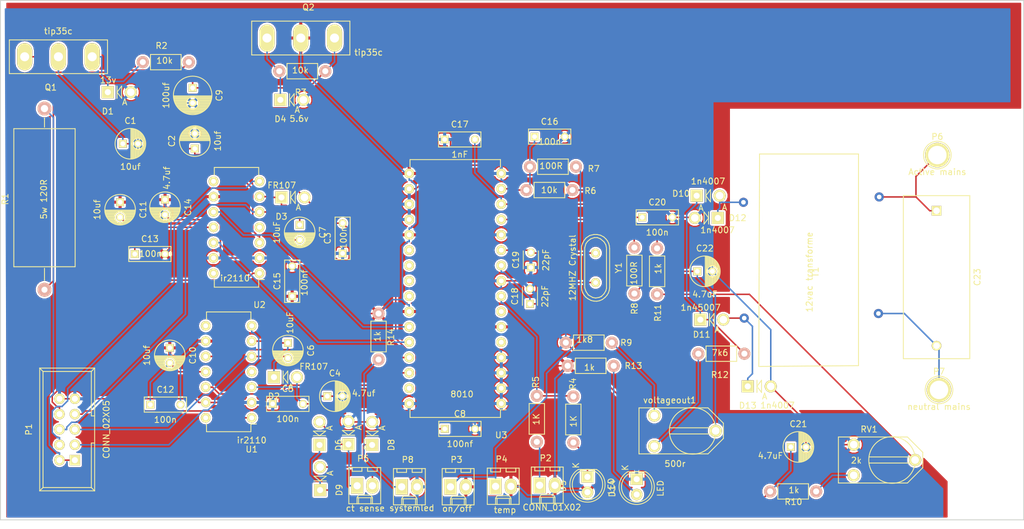
<source format=kicad_pcb>
(kicad_pcb (version 4) (host pcbnew 4.0.7-e1-6374~58~ubuntu14.04.1)
  (layers (0 F.Cu signal) (31 B.Cu signal) (34 B.Paste user) (35 F.Paste user) (36 B.SilkS user) (37 F.SilkS user) (38 B.Mask user hide) (39 F.Mask user hide) (44 Edge.Cuts user))
  (net 0 "")
  (net 1 +12V)
  (net 2 GND)
  (net 3 "Net-(C6-Pad1)")
  (net 4 "Net-(C6-Pad2)")
  (net 5 "Net-(C7-Pad1)")
  (net 6 "Net-(C7-Pad2)")
  (net 7 /24vin)
  (net 8 +5V)
  (net 9 "Net-(C10-Pad2)")
  (net 10 "Net-(C11-Pad2)")
  (net 11 "Net-(C16-Pad1)")
  (net 12 "Net-(C17-Pad2)")
  (net 13 "Net-(C18-Pad1)")
  (net 14 "Net-(C19-Pad2)")
  (net 15 "Net-(C20-Pad1)")
  (net 16 "Net-(C21-Pad1)")
  (net 17 "Net-(C22-Pad1)")
  (net 18 "Net-(C23-Pad1)")
  (net 19 "Net-(C23-Pad2)")
  (net 20 "Net-(D1-Pad1)")
  (net 21 "Net-(D4-Pad1)")
  (net 22 "Net-(D5-Pad1)")
  (net 23 "Net-(D6-Pad2)")
  (net 24 "Net-(D8-Pad1)")
  (net 25 "Net-(D10-Pad2)")
  (net 26 "Net-(D10-Pad1)")
  (net 27 "Net-(D11-Pad2)")
  (net 28 "Net-(D14-Pad2)")
  (net 29 "Net-(P1-Pad3)")
  (net 30 "Net-(P1-Pad4)")
  (net 31 "Net-(P1-Pad7)")
  (net 32 "Net-(P1-Pad8)")
  (net 33 +48V)
  (net 34 "Net-(P2-Pad1)")
  (net 35 "Net-(P3-Pad1)")
  (net 36 "Net-(P8-Pad1)")
  (net 37 "Net-(R4-Pad1)")
  (net 38 "Net-(R8-Pad1)")
  (net 39 "Net-(R9-Pad2)")
  (net 40 "Net-(R10-Pad2)")
  (net 41 "Net-(R12-Pad2)")
  (net 42 "Net-(U1-Pad10)")
  (net 43 "Net-(U1-Pad12)")
  (net 44 "Net-(U2-Pad10)")
  (net 45 "Net-(U2-Pad12)")
  (module Capacitors_ThroughHole:C_Radial_D5_L6_P2.5 (layer F.Cu) (at 116.205 91.3892)
    (fp_text reference C1 (at 1.25 -3.8) (layer F.SilkS))
    (fp_text value 10uf (at 1.25 3.8) (layer F.SilkS))
    (pad 1 thru_hole rect (at 0 0) (size 1.3 1.3) (drill 0.8) (layers *.Cu *.Mask F.SilkS) (net 1 +12V))
    (pad 2 thru_hole circle (at 2.5 0) (size 1.3 1.3) (drill 0.8) (layers *.Cu *.Mask F.SilkS) (net 2 GND))
  )
  (module Capacitors_ThroughHole:C_Radial_D5_L6_P2.5 (layer F.Cu) (at 128.118 92.202 90)
    (fp_text reference C2 (at 1.25 -3.8 90) (layer F.SilkS))
    (fp_text value 10uf (at 1.25 3.8 90) (layer F.SilkS))
    (pad 1 thru_hole rect (at 0 0 90) (size 1.3 1.3) (drill 0.8) (layers *.Cu *.Mask F.SilkS) (net 1 +12V))
    (pad 2 thru_hole circle (at 2.5 0 90) (size 1.3 1.3) (drill 0.8) (layers *.Cu *.Mask F.SilkS) (net 2 GND))
  )
  (module Capacitors_ThroughHole:C_Rect_L7_W2.5_P5 (layer F.Cu) (at 152.603 109.55 90)
    (fp_text reference C3 (at 2.5 -2.5 90) (layer F.SilkS))
    (fp_text value 100n (at 2.5906 0.1526 90) (layer F.SilkS))
    (pad 1 thru_hole rect (at 0 0 90) (size 1.3 1.3) (drill 0.8) (layers *.Cu *.Mask F.SilkS) (net 2 GND))
    (pad 2 thru_hole circle (at 5 0 90) (size 1.3 1.3) (drill 0.8) (layers *.Cu *.Mask F.SilkS) (net 1 +12V))
  )
  (module Capacitors_ThroughHole:C_Radial_D5_L6_P2.5 (layer F.Cu) (at 150.063 133.198)
    (fp_text reference C4 (at 1.25 -3.8) (layer F.SilkS))
    (fp_text value 4.7uf (at 6.02 -0.483) (layer F.SilkS))
    (pad 1 thru_hole rect (at 0 0) (size 1.3 1.3) (drill 0.8) (layers *.Cu *.Mask F.SilkS) (net 1 +12V))
    (pad 2 thru_hole circle (at 2.5 0) (size 1.3 1.3) (drill 0.8) (layers *.Cu *.Mask F.SilkS) (net 2 GND))
  )
  (module Capacitors_ThroughHole:C_Rect_L7_W2.5_P5 (layer F.Cu) (at 141.021 134.468)
    (fp_text reference C5 (at 2.5 -2.5) (layer F.SilkS))
    (fp_text value 100n (at 2.5 2.5) (layer F.SilkS))
    (pad 1 thru_hole rect (at 0 0) (size 1.3 1.3) (drill 0.8) (layers *.Cu *.Mask F.SilkS) (net 2 GND))
    (pad 2 thru_hole circle (at 5 0) (size 1.3 1.3) (drill 0.8) (layers *.Cu *.Mask F.SilkS) (net 1 +12V))
  )
  (module Capacitors_ThroughHole:C_Radial_D5_L6_P2.5 (layer F.Cu) (at 143.535 124.384 270)
    (fp_text reference C6 (at 1.25 -3.8 270) (layer F.SilkS))
    (fp_text value 10uF (at -3.353 -0.356 270) (layer F.SilkS))
    (pad 1 thru_hole rect (at 0 0 270) (size 1.3 1.3) (drill 0.8) (layers *.Cu *.Mask F.SilkS) (net 3 "Net-(C6-Pad1)"))
    (pad 2 thru_hole circle (at 2.5 0 270) (size 1.3 1.3) (drill 0.8) (layers *.Cu *.Mask F.SilkS) (net 4 "Net-(C6-Pad2)"))
  )
  (module Capacitors_ThroughHole:C_Radial_D5_L6_P2.5 (layer F.Cu) (at 145.491 104.826 270)
    (fp_text reference C7 (at 1.25 -3.8 270) (layer F.SilkS))
    (fp_text value 10uF (at 1.25 3.8 270) (layer F.SilkS))
    (pad 1 thru_hole rect (at 0 0 270) (size 1.3 1.3) (drill 0.8) (layers *.Cu *.Mask F.SilkS) (net 5 "Net-(C7-Pad1)"))
    (pad 2 thru_hole circle (at 2.5 0 270) (size 1.3 1.3) (drill 0.8) (layers *.Cu *.Mask F.SilkS) (net 6 "Net-(C7-Pad2)"))
  )
  (module Capacitors_ThroughHole:C_Rect_L7_W2.5_P5 (layer F.Cu) (at 169.52 138.608)
    (fp_text reference C8 (at 2.5 -2.5) (layer F.SilkS))
    (fp_text value 100nf (at 2.5 2.5) (layer F.SilkS))
    (pad 1 thru_hole rect (at 0 0) (size 1.3 1.3) (drill 0.8) (layers *.Cu *.Mask F.SilkS) (net 1 +12V))
    (pad 2 thru_hole circle (at 5 0) (size 1.3 1.3) (drill 0.8) (layers *.Cu *.Mask F.SilkS) (net 2 GND))
  )
  (module Capacitors_ThroughHole:C_Radial_D6.3_L11.2_P2.5 (layer F.Cu) (at 127.762 82.1436 270)
    (fp_text reference C9 (at 1.25 -4.4 270) (layer F.SilkS))
    (fp_text value 100uf (at 1.25 4.4 270) (layer F.SilkS))
    (pad 2 thru_hole circle (at 2.5 0 270) (size 1.3 1.3) (drill 0.8) (layers *.Cu *.Mask F.SilkS) (net 2 GND))
    (pad 1 thru_hole rect (at 0 0 270) (size 1.3 1.3) (drill 0.8) (layers *.Cu *.Mask F.SilkS) (net 7 /24vin))
  )
  (module Capacitors_ThroughHole:C_Radial_D5_L11_P2.5 (layer F.Cu) (at 123.977 125.197 270)
    (fp_text reference C10 (at 1.25 -3.8 270) (layer F.SilkS))
    (fp_text value 10uf (at 1.25 3.8 270) (layer F.SilkS))
    (pad 1 thru_hole rect (at 0 0 270) (size 1.3 1.3) (drill 0.8) (layers *.Cu *.Mask F.SilkS) (net 8 +5V))
    (pad 2 thru_hole circle (at 2.5 0 270) (size 1.3 1.3) (drill 0.8) (layers *.Cu *.Mask F.SilkS) (net 9 "Net-(C10-Pad2)"))
  )
  (module Capacitors_ThroughHole:C_Radial_D5_L11_P2.5 (layer F.Cu) (at 115.748 101.067 270)
    (fp_text reference C11 (at 1.25 -3.8 270) (layer F.SilkS))
    (fp_text value 10uf (at 1.25 3.8 270) (layer F.SilkS))
    (pad 1 thru_hole rect (at 0 0 270) (size 1.3 1.3) (drill 0.8) (layers *.Cu *.Mask F.SilkS) (net 8 +5V))
    (pad 2 thru_hole circle (at 2.5 0 270) (size 1.3 1.3) (drill 0.8) (layers *.Cu *.Mask F.SilkS) (net 10 "Net-(C11-Pad2)"))
  )
  (module Capacitors_ThroughHole:C_Rect_L7_W2.5_P5 (layer F.Cu) (at 120.752 134.595)
    (fp_text reference C12 (at 2.5 -2.5) (layer F.SilkS))
    (fp_text value 100n (at 2.5 2.5) (layer F.SilkS))
    (pad 1 thru_hole rect (at 0 0) (size 1.3 1.3) (drill 0.8) (layers *.Cu *.Mask F.SilkS) (net 9 "Net-(C10-Pad2)"))
    (pad 2 thru_hole circle (at 5 0) (size 1.3 1.3) (drill 0.8) (layers *.Cu *.Mask F.SilkS) (net 8 +5V))
  )
  (module Capacitors_ThroughHole:C_Rect_L7_W2.5_P5 (layer F.Cu) (at 118.186 109.652)
    (fp_text reference C13 (at 2.5 -2.5) (layer F.SilkS))
    (fp_text value 100n (at 2.591 -0.0256) (layer F.SilkS))
    (pad 1 thru_hole rect (at 0 0) (size 1.3 1.3) (drill 0.8) (layers *.Cu *.Mask F.SilkS) (net 10 "Net-(C11-Pad2)"))
    (pad 2 thru_hole circle (at 5 0) (size 1.3 1.3) (drill 0.8) (layers *.Cu *.Mask F.SilkS) (net 8 +5V))
  )
  (module Capacitors_ThroughHole:C_Radial_D5_L6_P2.5 (layer F.Cu) (at 123.19 100.66 270)
    (fp_text reference C14 (at 1.25 -3.8 270) (layer F.SilkS))
    (fp_text value 4.7uf (at -3.5812 -0.3048 270) (layer F.SilkS))
    (pad 1 thru_hole rect (at 0 0 270) (size 1.3 1.3) (drill 0.8) (layers *.Cu *.Mask F.SilkS) (net 8 +5V))
    (pad 2 thru_hole circle (at 2.5 0 270) (size 1.3 1.3) (drill 0.8) (layers *.Cu *.Mask F.SilkS) (net 2 GND))
  )
  (module Capacitors_ThroughHole:C_Rect_L7_W2.5_P5 (layer F.Cu) (at 144.247 116.662 90)
    (fp_text reference C15 (at 2.5 -2.5 90) (layer F.SilkS))
    (fp_text value 100nf (at 2.235 2.0316 90) (layer F.SilkS))
    (pad 1 thru_hole rect (at 0 0 90) (size 1.3 1.3) (drill 0.8) (layers *.Cu *.Mask F.SilkS) (net 8 +5V))
    (pad 2 thru_hole circle (at 5 0 90) (size 1.3 1.3) (drill 0.8) (layers *.Cu *.Mask F.SilkS) (net 2 GND))
  )
  (module Capacitors_ThroughHole:C_Rect_L7_W2.5_P5 (layer F.Cu) (at 184.379 90.2208)
    (fp_text reference C16 (at 2.5 -2.5) (layer F.SilkS))
    (fp_text value 100n (at 2.5142 0.8382) (layer F.SilkS))
    (pad 1 thru_hole rect (at 0 0) (size 1.3 1.3) (drill 0.8) (layers *.Cu *.Mask F.SilkS) (net 11 "Net-(C16-Pad1)"))
    (pad 2 thru_hole circle (at 5 0) (size 1.3 1.3) (drill 0.8) (layers *.Cu *.Mask F.SilkS) (net 2 GND))
  )
  (module Capacitors_ThroughHole:C_Rect_L7_W2.5_P5 (layer F.Cu) (at 169.494 90.678)
    (fp_text reference C17 (at 2.5 -2.5) (layer F.SilkS))
    (fp_text value 1nF (at 2.5 2.5) (layer F.SilkS))
    (pad 1 thru_hole rect (at 0 0) (size 1.3 1.3) (drill 0.8) (layers *.Cu *.Mask F.SilkS) (net 2 GND))
    (pad 2 thru_hole circle (at 5 0) (size 1.3 1.3) (drill 0.8) (layers *.Cu *.Mask F.SilkS) (net 12 "Net-(C17-Pad2)"))
  )
  (module Capacitors_ThroughHole:C_Disc_D3_P2.5 (layer F.Cu) (at 183.617 117.907 90)
    (fp_text reference C18 (at 1.25 -2.5 90) (layer F.SilkS))
    (fp_text value 22pF (at 1.25 2.5 90) (layer F.SilkS))
    (pad 1 thru_hole rect (at 0 0 90) (size 1.3 1.3) (drill 0.8) (layers *.Cu *.Mask F.SilkS) (net 13 "Net-(C18-Pad1)"))
    (pad 2 thru_hole circle (at 2.5 0 90) (size 1.3 1.3) (drill 0.8001) (layers *.Cu *.Mask F.SilkS) (net 2 GND))
  )
  (module Capacitors_ThroughHole:C_Disc_D3_P2.5 (layer F.Cu) (at 183.769 111.887 90)
    (fp_text reference C19 (at 1.25 -2.5 90) (layer F.SilkS))
    (fp_text value 22pF (at 1.25 2.5 90) (layer F.SilkS))
    (pad 1 thru_hole rect (at 0 0 90) (size 1.3 1.3) (drill 0.8) (layers *.Cu *.Mask F.SilkS) (net 2 GND))
    (pad 2 thru_hole circle (at 2.5 0 90) (size 1.3 1.3) (drill 0.8001) (layers *.Cu *.Mask F.SilkS) (net 14 "Net-(C19-Pad2)"))
  )
  (module Capacitors_ThroughHole:C_Rect_L7_W2.5_P5 (layer F.Cu) (at 202.209 103.581)
    (fp_text reference C20 (at 2.5 -2.5) (layer F.SilkS))
    (fp_text value 100n (at 2.5 2.5) (layer F.SilkS))
    (pad 1 thru_hole rect (at 0 0) (size 1.3 1.3) (drill 0.8) (layers *.Cu *.Mask F.SilkS) (net 15 "Net-(C20-Pad1)"))
    (pad 2 thru_hole circle (at 5 0) (size 1.3 1.3) (drill 0.8) (layers *.Cu *.Mask F.SilkS) (net 2 GND))
  )
  (module Capacitors_ThroughHole:C_Radial_D5_L6_P2.5 (layer F.Cu) (at 226.822 141.605)
    (fp_text reference C21 (at 1.25 -3.8) (layer F.SilkS))
    (fp_text value 4.7uF (at -3.3782 1.4478) (layer F.SilkS))
    (pad 1 thru_hole rect (at 0 0) (size 1.3 1.3) (drill 0.8) (layers *.Cu *.Mask F.SilkS) (net 16 "Net-(C21-Pad1)"))
    (pad 2 thru_hole circle (at 2.5 0) (size 1.3 1.3) (drill 0.8) (layers *.Cu *.Mask F.SilkS) (net 2 GND))
  )
  (module Capacitors_ThroughHole:C_Radial_D5_L6_P2.5 (layer F.Cu) (at 211.328 112.522)
    (fp_text reference C22 (at 1.25 -3.8) (layer F.SilkS))
    (fp_text value 4.7uF (at 1.25 3.8) (layer F.SilkS))
    (pad 1 thru_hole rect (at 0 0) (size 1.3 1.3) (drill 0.8) (layers *.Cu *.Mask F.SilkS) (net 17 "Net-(C22-Pad1)"))
    (pad 2 thru_hole circle (at 2.5 0) (size 1.3 1.3) (drill 0.8) (layers *.Cu *.Mask F.SilkS) (net 2 GND))
  )
  (module Diodes_ThroughHole:Diode_DO-41_SOD81_Vertical_AnodeUp (layer F.Cu) (at 113.716 82.8548)
    (fp_text reference D1 (at 0 3.175) (layer F.SilkS))
    (fp_text value 13v (at 0.05 -2) (layer F.SilkS))
    (fp_text user A (at 2.794 1.651) (layer F.SilkS))
    (pad 2 thru_hole circle (at 3.81 0) (size 1.99898 1.99898) (drill 1.27) (layers *.Cu *.Mask F.SilkS) (net 2 GND))
    (pad 1 thru_hole rect (at 0 0) (size 1.99898 1.99898) (drill 1.00076) (layers *.Cu *.Mask F.SilkS) (net 20 "Net-(D1-Pad1)"))
  )
  (module Diodes_ThroughHole:Diode_DO-41_SOD81_Vertical_AnodeUp (layer F.Cu) (at 141.224 130.048)
    (fp_text reference D2 (at 0 3.175) (layer F.SilkS))
    (fp_text value FR107 (at 6.5786 -1.7526) (layer F.SilkS))
    (fp_text user A (at 2.794 1.651) (layer F.SilkS))
    (pad 2 thru_hole circle (at 3.81 0) (size 1.99898 1.99898) (drill 1.27) (layers *.Cu *.Mask F.SilkS) (net 1 +12V))
    (pad 1 thru_hole rect (at 0 0) (size 1.99898 1.99898) (drill 1.00076) (layers *.Cu *.Mask F.SilkS) (net 3 "Net-(C6-Pad1)"))
  )
  (module Diodes_ThroughHole:Diode_DO-41_SOD81_Vertical_AnodeUp (layer F.Cu) (at 142.469 100.279)
    (fp_text reference D3 (at 0 3.175) (layer F.SilkS))
    (fp_text value FR107 (at 0.05 -2) (layer F.SilkS))
    (fp_text user A (at 2.794 1.651) (layer F.SilkS))
    (pad 2 thru_hole circle (at 3.81 0) (size 1.99898 1.99898) (drill 1.27) (layers *.Cu *.Mask F.SilkS) (net 1 +12V))
    (pad 1 thru_hole rect (at 0 0) (size 1.99898 1.99898) (drill 1.00076) (layers *.Cu *.Mask F.SilkS) (net 5 "Net-(C7-Pad1)"))
  )
  (module Diodes_ThroughHole:Diode_DO-41_SOD81_Vertical_AnodeUp (layer F.Cu) (at 142.291 84.1248)
    (fp_text reference D4 (at 0 3.175) (layer F.SilkS))
    (fp_text value 5.6v (at 3.0986 3.1242) (layer F.SilkS))
    (fp_text user A (at 2.794 1.651) (layer F.SilkS))
    (pad 2 thru_hole circle (at 3.81 0) (size 1.99898 1.99898) (drill 1.27) (layers *.Cu *.Mask F.SilkS) (net 2 GND))
    (pad 1 thru_hole rect (at 0 0) (size 1.99898 1.99898) (drill 1.00076) (layers *.Cu *.Mask F.SilkS) (net 21 "Net-(D4-Pad1)"))
  )
  (module LEDs:LED-5MM (layer F.Cu) (at 193.142 146.558 270)
    (fp_text reference D5 (at 1.524 4.064 270) (layer F.SilkS))
    (fp_text value LED (at 1.524 -3.937 270) (layer F.SilkS))
    (fp_text user K (at -1.905 1.905 270) (layer F.SilkS))
    (pad 1 thru_hole rect (at 0 0) (size 2 1.9) (drill 1.00076) (layers *.Cu *.Mask F.SilkS) (net 22 "Net-(D5-Pad1)"))
    (pad 2 thru_hole circle (at 2.54 0 270) (size 1.9 1.9) (drill 1.00076) (layers *.Cu *.Mask F.SilkS) (net 8 +5V))
  )
  (module Diodes_ThroughHole:Diode_DO-41_SOD81_Vertical_AnodeUp (layer F.Cu) (at 148.768 141.275 90)
    (fp_text reference D6 (at 0 3.175 90) (layer F.SilkS))
    (fp_text value D)
    (fp_text user A (at 2.794 1.651 90) (layer F.SilkS))
    (pad 2 thru_hole circle (at 3.81 0 90) (size 1.99898 1.99898) (drill 1.27) (layers *.Cu *.Mask F.SilkS) (net 23 "Net-(D6-Pad2)"))
    (pad 1 thru_hole rect (at 0 0 90) (size 1.99898 1.99898) (drill 1.00076) (layers *.Cu *.Mask F.SilkS) (net 16 "Net-(C21-Pad1)"))
  )
  (module Diodes_ThroughHole:Diode_DO-41_SOD81_Vertical_AnodeUp (layer F.Cu) (at 153.568 141.173 90)
    (fp_text reference D7 (at 0 3.175 90) (layer F.SilkS))
    (fp_text value D)
    (fp_text user A (at 2.794 1.651 90) (layer F.SilkS))
    (pad 2 thru_hole circle (at 3.81 0 90) (size 1.99898 1.99898) (drill 1.27) (layers *.Cu *.Mask F.SilkS) (net 2 GND))
    (pad 1 thru_hole rect (at 0 0 90) (size 1.99898 1.99898) (drill 1.00076) (layers *.Cu *.Mask F.SilkS) (net 23 "Net-(D6-Pad2)"))
  )
  (module Diodes_ThroughHole:Diode_DO-41_SOD81_Vertical_AnodeUp (layer F.Cu) (at 157.48 141.275 90)
    (fp_text reference D8 (at 0 3.175 90) (layer F.SilkS))
    (fp_text value D)
    (fp_text user A (at 2.794 1.651 90) (layer F.SilkS))
    (pad 2 thru_hole circle (at 3.81 0 90) (size 1.99898 1.99898) (drill 1.27) (layers *.Cu *.Mask F.SilkS) (net 2 GND))
    (pad 1 thru_hole rect (at 0 0 90) (size 1.99898 1.99898) (drill 1.00076) (layers *.Cu *.Mask F.SilkS) (net 24 "Net-(D8-Pad1)"))
  )
  (module Diodes_ThroughHole:Diode_DO-41_SOD81_Vertical_AnodeUp (layer F.Cu) (at 148.869 148.742 90)
    (fp_text reference D9 (at 0 3.175 90) (layer F.SilkS))
    (fp_text value D)
    (fp_text user A (at 2.794 1.651 90) (layer F.SilkS))
    (pad 2 thru_hole circle (at 3.81 0 90) (size 1.99898 1.99898) (drill 1.27) (layers *.Cu *.Mask F.SilkS) (net 24 "Net-(D8-Pad1)"))
    (pad 1 thru_hole rect (at 0 0 90) (size 1.99898 1.99898) (drill 1.00076) (layers *.Cu *.Mask F.SilkS) (net 16 "Net-(C21-Pad1)"))
  )
  (module Diodes_ThroughHole:Diode_DO-41_SOD81_Vertical_AnodeUp (layer F.Cu) (at 211.226 99.9998)
    (fp_text reference D10 (at -2.5904 -0.3556) (layer F.SilkS))
    (fp_text value 1n4007 (at 1.88 -2.3876) (layer F.SilkS))
    (fp_text user A (at 4.6232 1.9304) (layer F.SilkS))
    (pad 2 thru_hole circle (at 3.81 0) (size 1.99898 1.99898) (drill 1.27) (layers *.Cu *.Mask F.SilkS) (net 25 "Net-(D10-Pad2)"))
    (pad 1 thru_hole rect (at 0 0) (size 1.99898 1.99898) (drill 1.00076) (layers *.Cu *.Mask F.SilkS) (net 26 "Net-(D10-Pad1)"))
  )
  (module Diodes_ThroughHole:Diode_DO-41_SOD81_Vertical_AnodeUp (layer F.Cu) (at 211.836 120.523)
    (fp_text reference D11 (at 0.2286 2.4638) (layer F.SilkS))
    (fp_text value 1n45007 (at 0.05 -2) (layer F.SilkS))
    (fp_text user A (at 2.794 1.651) (layer F.SilkS))
    (pad 2 thru_hole circle (at 3.81 0) (size 1.99898 1.99898) (drill 1.27) (layers *.Cu *.Mask F.SilkS) (net 27 "Net-(D11-Pad2)"))
    (pad 1 thru_hole rect (at 0 0) (size 1.99898 1.99898) (drill 1.00076) (layers *.Cu *.Mask F.SilkS) (net 26 "Net-(D10-Pad1)"))
  )
  (module Diodes_ThroughHole:Diode_DO-41_SOD81_Vertical_AnodeUp (layer F.Cu) (at 214.732 103.683 180)
    (fp_text reference D12 (at -3.2762 0.0002 180) (layer F.SilkS))
    (fp_text value 1n4007 (at 0.05 -2 180) (layer F.SilkS))
    (fp_text user A (at 2.794 1.651 180) (layer F.SilkS))
    (pad 2 thru_hole circle (at 3.81 0 180) (size 1.99898 1.99898) (drill 1.27) (layers *.Cu *.Mask F.SilkS) (net 2 GND))
    (pad 1 thru_hole rect (at 0 0 180) (size 1.99898 1.99898) (drill 1.00076) (layers *.Cu *.Mask F.SilkS) (net 25 "Net-(D10-Pad2)"))
  )
  (module Diodes_ThroughHole:Diode_DO-41_SOD81_Vertical_AnodeUp (layer F.Cu) (at 219.685 131.572)
    (fp_text reference D13 (at 0 3.175) (layer F.SilkS))
    (fp_text value 1n4007 (at 4.9272 3.1496) (layer F.SilkS))
    (fp_text user A (at 2.794 1.651) (layer F.SilkS))
    (pad 2 thru_hole circle (at 3.81 0) (size 1.99898 1.99898) (drill 1.27) (layers *.Cu *.Mask F.SilkS) (net 2 GND))
    (pad 1 thru_hole rect (at 0 0) (size 1.99898 1.99898) (drill 1.00076) (layers *.Cu *.Mask F.SilkS) (net 27 "Net-(D11-Pad2)"))
  )
  (module LEDs:LED-5MM (layer F.Cu) (at 201.295 146.939 270)
    (fp_text reference D14 (at 1.524 4.064 270) (layer F.SilkS))
    (fp_text value LED (at 1.524 -3.937 270) (layer F.SilkS))
    (fp_text user K (at -1.905 1.905 270) (layer F.SilkS))
    (pad 1 thru_hole rect (at 0 0) (size 2 1.9) (drill 1.00076) (layers *.Cu *.Mask F.SilkS) (net 2 GND))
    (pad 2 thru_hole circle (at 2.54 0 270) (size 1.9 1.9) (drill 1.00076) (layers *.Cu *.Mask F.SilkS) (net 28 "Net-(D14-Pad2)"))
  )
  (module Connect:IDC_Header_Straight_10pins (layer F.Cu) (at 108.255 143.789 90)
    (fp_text reference P1 (at 5.08 -7.62 90) (layer F.SilkS))
    (fp_text value CONN_02X05 (at 5.08 5.223 90) (layer F.SilkS))
    (pad 1 thru_hole rect (at 0 0 90) (size 1.7272 1.7272) (drill 1.016) (layers *.Cu *.Mask F.SilkS) (net 33 +48V))
    (pad 2 thru_hole oval (at 0 -2.54 90) (size 1.7272 1.7272) (drill 1.016) (layers *.Cu *.Mask F.SilkS) (net 33 +48V))
    (pad 3 thru_hole oval (at 2.54 0 90) (size 1.7272 1.7272) (drill 1.016) (layers *.Cu *.Mask F.SilkS) (net 29 "Net-(P1-Pad3)"))
    (pad 4 thru_hole oval (at 2.54 -2.54 90) (size 1.7272 1.7272) (drill 1.016) (layers *.Cu *.Mask F.SilkS) (net 30 "Net-(P1-Pad4)"))
    (pad 5 thru_hole oval (at 5.08 0 90) (size 1.7272 1.7272) (drill 1.016) (layers *.Cu *.Mask F.SilkS) (net 4 "Net-(C6-Pad2)"))
    (pad 6 thru_hole oval (at 5.08 -2.54 90) (size 1.7272 1.7272) (drill 1.016) (layers *.Cu *.Mask F.SilkS) (net 6 "Net-(C7-Pad2)"))
    (pad 7 thru_hole oval (at 7.62 0 90) (size 1.7272 1.7272) (drill 1.016) (layers *.Cu *.Mask F.SilkS) (net 31 "Net-(P1-Pad7)"))
    (pad 8 thru_hole oval (at 7.62 -2.54 90) (size 1.7272 1.7272) (drill 1.016) (layers *.Cu *.Mask F.SilkS) (net 32 "Net-(P1-Pad8)"))
    (pad 9 thru_hole oval (at 10.16 0 90) (size 1.7272 1.7272) (drill 1.016) (layers *.Cu *.Mask F.SilkS) (net 2 GND))
    (pad 10 thru_hole oval (at 10.16 -2.54 90) (size 1.7272 1.7272) (drill 1.016) (layers *.Cu *.Mask F.SilkS) (net 2 GND))
  )
  (module Connectors_Molex:Molex_KK-6410-02_02x2.54mm_Straight (layer F.Cu) (at 185.217 147.955)
    (fp_text reference P2 (at 1 -4.5) (layer F.SilkS))
    (fp_text value CONN_01X02 (at 2.0318 3.6576) (layer F.SilkS))
    (pad 1 thru_hole rect (at 0 0) (size 2 2.6) (drill 1.2) (layers *.Cu *.Mask F.SilkS) (net 34 "Net-(P2-Pad1)"))
    (pad 2 thru_hole oval (at 2.54 0) (size 2 2.6) (drill 1.2) (layers *.Cu *.Mask F.SilkS) (net 8 +5V))
  )
  (module Connectors_Molex:Molex_KK-6410-02_02x2.54mm_Straight (layer F.Cu) (at 170.459 148.209)
    (fp_text reference P3 (at 1 -4.5) (layer F.SilkS))
    (fp_text value on/off (at 1.0926 3.6068) (layer F.SilkS))
    (pad 1 thru_hole rect (at 0 0) (size 2 2.6) (drill 1.2) (layers *.Cu *.Mask F.SilkS) (net 35 "Net-(P3-Pad1)"))
    (pad 2 thru_hole oval (at 2.54 0) (size 2 2.6) (drill 1.2) (layers *.Cu *.Mask F.SilkS) (net 8 +5V))
  )
  (module Connectors_Molex:Molex_KK-6410-02_02x2.54mm_Straight (layer F.Cu) (at 177.927 148.133)
    (fp_text reference P4 (at 1 -4.5) (layer F.SilkS))
    (fp_text value temp (at 1.5494 3.9114) (layer F.SilkS))
    (pad 1 thru_hole rect (at 0 0) (size 2 2.6) (drill 1.2) (layers *.Cu *.Mask F.SilkS) (net 35 "Net-(P3-Pad1)"))
    (pad 2 thru_hole oval (at 2.54 0) (size 2 2.6) (drill 1.2) (layers *.Cu *.Mask F.SilkS) (net 8 +5V))
  )
  (module Connectors_Molex:Molex_KK-6410-02_02x2.54mm_Straight (layer F.Cu) (at 154.991 148.031)
    (fp_text reference P5 (at 1 -4.5) (layer F.SilkS))
    (fp_text value "ct sense" (at 1.3714 3.734) (layer F.SilkS))
    (pad 1 thru_hole rect (at 0 0) (size 2 2.6) (drill 1.2) (layers *.Cu *.Mask F.SilkS) (net 23 "Net-(D6-Pad2)"))
    (pad 2 thru_hole oval (at 2.54 0) (size 2 2.6) (drill 1.2) (layers *.Cu *.Mask F.SilkS) (net 24 "Net-(D8-Pad1)"))
  )
  (module Connect:1pin (layer F.Cu) (at 251.079 93.2688)
    (fp_text reference P6 (at 0 -3.048) (layer F.SilkS))
    (fp_text value "Active mains" (at 0 2.794) (layer F.SilkS))
    (pad 1 thru_hole circle (at 0 0) (size 4.064 4.064) (drill 3.048) (layers *.Cu *.Mask F.SilkS) (net 18 "Net-(C23-Pad1)"))
  )
  (module Connect:1pin (layer F.Cu) (at 251.358 132.156)
    (fp_text reference P7 (at 0 -3.048) (layer F.SilkS))
    (fp_text value "neutral mains" (at 0 2.794) (layer F.SilkS))
    (pad 1 thru_hole circle (at 0 0) (size 4.064 4.064) (drill 3.048) (layers *.Cu *.Mask F.SilkS) (net 19 "Net-(C23-Pad2)"))
  )
  (module Connectors_Molex:Molex_KK-6410-02_02x2.54mm_Straight (layer F.Cu) (at 162.382 148.209)
    (fp_text reference P8 (at 1 -4.5) (layer F.SilkS))
    (fp_text value systemled (at 1.6766 3.5052) (layer F.SilkS))
    (pad 1 thru_hole rect (at 0 0) (size 2 2.6) (drill 1.2) (layers *.Cu *.Mask F.SilkS) (net 36 "Net-(P8-Pad1)"))
    (pad 2 thru_hole oval (at 2.54 0) (size 2 2.6) (drill 1.2) (layers *.Cu *.Mask F.SilkS) (net 2 GND))
  )
  (module TO_SOT_Packages_THT:TO-247_Vertical_Neutral123 (layer F.Cu) (at 105.537 76.9874 180)
    (fp_text reference Q1 (at 1.27 -5.08 180) (layer F.SilkS))
    (fp_text value tip35c (at 0.0254 4.2418 180) (layer F.SilkS))
    (pad 2 thru_hole oval (at 0 0 270) (size 4.50088 2.49936) (drill 1.50114) (layers *.Cu *.Mask F.SilkS) (net 1 +12V))
    (pad 1 thru_hole oval (at -5.588 0 270) (size 4.50088 2.49936) (drill 1.50114) (layers *.Cu *.Mask F.SilkS) (net 20 "Net-(D1-Pad1)"))
    (pad 3 thru_hole oval (at 5.588 0 270) (size 4.50088 2.49936) (drill 1.50114) (layers *.Cu *.Mask F.SilkS) (net 7 /24vin))
  )
  (module TO_SOT_Packages_THT:TO-247_Vertical_Neutral123 (layer F.Cu) (at 145.669 73.8886)
    (fp_text reference Q2 (at 1.27 -5.08) (layer F.SilkS))
    (fp_text value tip35c (at 11.2268 2.3876) (layer F.SilkS))
    (pad 2 thru_hole oval (at 0 0 90) (size 4.50088 2.49936) (drill 1.50114) (layers *.Cu *.Mask F.SilkS) (net 8 +5V))
    (pad 1 thru_hole oval (at -5.588 0 90) (size 4.50088 2.49936) (drill 1.50114) (layers *.Cu *.Mask F.SilkS) (net 21 "Net-(D4-Pad1)"))
    (pad 3 thru_hole oval (at 5.588 0 90) (size 4.50088 2.49936) (drill 1.50114) (layers *.Cu *.Mask F.SilkS) (net 7 /24vin))
  )
  (module Resistors_ThroughHole:Resistor_Horizontal_RM30mm (layer F.Cu) (at 103.226 115.57 90)
    (fp_text reference R1 (at 15 -6.49986 90) (layer F.SilkS))
    (fp_text value "5w 120R" (at 14.986 -0.102 90) (layer F.SilkS))
    (pad 1 thru_hole circle (at 0 0 90) (size 2.30124 2.30124) (drill 1.00076) (layers *.Cu *.SilkS *.Mask) (net 7 /24vin))
    (pad 2 thru_hole circle (at 30 0 90) (size 2.30124 2.30124) (drill 1.19888) (layers *.Cu *.SilkS *.Mask) (net 33 +48V))
  )
  (module Resistors_ThroughHole:Resistor_Horizontal_RM7mm (layer F.Cu) (at 127.127 77.8764 180)
    (fp_text reference R2 (at 4.5212 2.7178 180) (layer F.SilkS))
    (fp_text value 10k (at 4.0132 0.254 180) (layer F.SilkS))
    (pad 1 thru_hole circle (at 0 0 180) (size 1.99898 1.99898) (drill 1.00076) (layers *.Cu *.SilkS *.Mask) (net 7 /24vin))
    (pad 2 thru_hole circle (at 7.62 0 180) (size 1.99898 1.99898) (drill 1.00076) (layers *.Cu *.SilkS *.Mask) (net 20 "Net-(D1-Pad1)"))
  )
  (module Resistors_ThroughHole:Resistor_Horizontal_RM7mm (layer F.Cu) (at 149.733 79.375 180)
    (fp_text reference R3 (at 4.05892 -3.50012 180) (layer F.SilkS))
    (fp_text value 10k (at 4.1402 0.1524 180) (layer F.SilkS))
    (pad 1 thru_hole circle (at 0 0 180) (size 1.99898 1.99898) (drill 1.00076) (layers *.Cu *.SilkS *.Mask) (net 7 /24vin))
    (pad 2 thru_hole circle (at 7.62 0 180) (size 1.99898 1.99898) (drill 1.00076) (layers *.Cu *.SilkS *.Mask) (net 21 "Net-(D4-Pad1)"))
  )
  (module Resistors_ThroughHole:Resistor_Horizontal_RM7mm (layer F.Cu) (at 190.805 133.248 270)
    (fp_text reference R4 (at -2.1078 0.0764 270) (layer F.SilkS))
    (fp_text value 1K (at 4.1152 -0.0252 270) (layer F.SilkS))
    (pad 1 thru_hole circle (at 0 0 270) (size 1.99898 1.99898) (drill 1.00076) (layers *.Cu *.SilkS *.Mask) (net 37 "Net-(R4-Pad1)"))
    (pad 2 thru_hole circle (at 7.62 0 270) (size 1.99898 1.99898) (drill 1.00076) (layers *.Cu *.SilkS *.Mask) (net 22 "Net-(D5-Pad1)"))
  )
  (module Resistors_ThroughHole:Resistor_Horizontal_RM7mm (layer F.Cu) (at 184.76 133.147 270)
    (fp_text reference R5 (at -2.2862 0.1782 270) (layer F.SilkS))
    (fp_text value 1K (at 3.8606 0.0766 270) (layer F.SilkS))
    (pad 1 thru_hole circle (at 0 0 270) (size 1.99898 1.99898) (drill 1.00076) (layers *.Cu *.SilkS *.Mask) (net 37 "Net-(R4-Pad1)"))
    (pad 2 thru_hole circle (at 7.62 0 270) (size 1.99898 1.99898) (drill 1.00076) (layers *.Cu *.SilkS *.Mask) (net 34 "Net-(P2-Pad1)"))
  )
  (module Resistors_ThroughHole:Resistor_Horizontal_RM7mm (layer F.Cu) (at 183.032 99.06)
    (fp_text reference R6 (at 10.5922 0.127) (layer F.SilkS))
    (fp_text value 10k (at 3.785 0) (layer F.SilkS))
    (pad 1 thru_hole circle (at 0 0) (size 1.99898 1.99898) (drill 1.00076) (layers *.Cu *.SilkS *.Mask) (net 11 "Net-(C16-Pad1)"))
    (pad 2 thru_hole circle (at 7.62 0) (size 1.99898 1.99898) (drill 1.00076) (layers *.Cu *.SilkS *.Mask) (net 2 GND))
  )
  (module Resistors_ThroughHole:Resistor_Horizontal_RM7mm (layer F.Cu) (at 191.237 95.1992 180)
    (fp_text reference R7 (at -2.946 -0.3302 180) (layer F.SilkS))
    (fp_text value 100R (at 4.1152 0.127 180) (layer F.SilkS))
    (pad 1 thru_hole circle (at 0 0 180) (size 1.99898 1.99898) (drill 1.00076) (layers *.Cu *.SilkS *.Mask) (net 35 "Net-(P3-Pad1)"))
    (pad 2 thru_hole circle (at 7.62 0 180) (size 1.99898 1.99898) (drill 1.00076) (layers *.Cu *.SilkS *.Mask) (net 11 "Net-(C16-Pad1)"))
  )
  (module Resistors_ThroughHole:Resistor_Horizontal_RM7mm (layer F.Cu) (at 204.673 116.332 90)
    (fp_text reference R8 (at -2.3622 -3.7336 90) (layer F.SilkS))
    (fp_text value 1k (at 4.2418 0.178 90) (layer F.SilkS))
    (pad 1 thru_hole circle (at 0 0 90) (size 1.99898 1.99898) (drill 1.00076) (layers *.Cu *.SilkS *.Mask) (net 38 "Net-(R8-Pad1)"))
    (pad 2 thru_hole circle (at 7.62 0 90) (size 1.99898 1.99898) (drill 1.00076) (layers *.Cu *.SilkS *.Mask) (net 12 "Net-(C17-Pad2)"))
  )
  (module Resistors_ThroughHole:Resistor_Horizontal_RM7mm (layer F.Cu) (at 189.56 124.333)
    (fp_text reference R9 (at 10.0078 0) (layer F.SilkS))
    (fp_text value 1k8 (at 3.1244 -0.508) (layer F.SilkS))
    (pad 1 thru_hole circle (at 0 0) (size 1.99898 1.99898) (drill 1.00076) (layers *.Cu *.SilkS *.Mask) (net 2 GND))
    (pad 2 thru_hole circle (at 7.62 0) (size 1.99898 1.99898) (drill 1.00076) (layers *.Cu *.SilkS *.Mask) (net 39 "Net-(R9-Pad2)"))
  )
  (module Resistors_ThroughHole:Resistor_Horizontal_RM7mm (layer F.Cu) (at 223.393 148.971)
    (fp_text reference R10 (at 3.8608 1.7272) (layer F.SilkS))
    (fp_text value 1k (at 3.937 -0.2286) (layer F.SilkS))
    (pad 1 thru_hole circle (at 0 0) (size 1.99898 1.99898) (drill 1.00076) (layers *.Cu *.SilkS *.Mask) (net 16 "Net-(C21-Pad1)"))
    (pad 2 thru_hole circle (at 7.62 0) (size 1.99898 1.99898) (drill 1.00076) (layers *.Cu *.SilkS *.Mask) (net 40 "Net-(R10-Pad2)"))
  )
  (module Resistors_ThroughHole:Resistor_Horizontal_RM7mm (layer F.Cu) (at 200.914 108.585 270)
    (fp_text reference R11 (at 10.8204 -3.8862 270) (layer F.SilkS))
    (fp_text value 100R (at 4.2418 0.0762 270) (layer F.SilkS))
    (pad 1 thru_hole circle (at 0 0 270) (size 1.99898 1.99898) (drill 1.00076) (layers *.Cu *.SilkS *.Mask) (net 15 "Net-(C20-Pad1)"))
    (pad 2 thru_hole circle (at 7.62 0 270) (size 1.99898 1.99898) (drill 1.00076) (layers *.Cu *.SilkS *.Mask) (net 17 "Net-(C22-Pad1)"))
  )
  (module Resistors_ThroughHole:Resistor_Horizontal_RM7mm (layer F.Cu) (at 219.126 126.162 180)
    (fp_text reference R12 (at 4.05892 -3.50012 180) (layer F.SilkS))
    (fp_text value 7k6 (at 4.0388 0.1526 180) (layer F.SilkS))
    (pad 1 thru_hole circle (at 0 0 180) (size 1.99898 1.99898) (drill 1.00076) (layers *.Cu *.SilkS *.Mask) (net 26 "Net-(D10-Pad1)"))
    (pad 2 thru_hole circle (at 7.62 0 180) (size 1.99898 1.99898) (drill 1.00076) (layers *.Cu *.SilkS *.Mask) (net 41 "Net-(R12-Pad2)"))
  )
  (module Resistors_ThroughHole:Resistor_Horizontal_RM7mm (layer F.Cu) (at 189.865 128.168)
    (fp_text reference R13 (at 10.8966 0.0004) (layer F.SilkS))
    (fp_text value 1k (at 3.6068 0.2798) (layer F.SilkS))
    (pad 1 thru_hole circle (at 0 0) (size 1.99898 1.99898) (drill 1.00076) (layers *.Cu *.SilkS *.Mask) (net 8 +5V))
    (pad 2 thru_hole circle (at 7.62 0) (size 1.99898 1.99898) (drill 1.00076) (layers *.Cu *.SilkS *.Mask) (net 28 "Net-(D14-Pad2)"))
  )
  (module Resistors_ThroughHole:Resistor_Horizontal_RM7mm (layer F.Cu) (at 158.547 119.507 270)
    (fp_text reference R14 (at 3.937 -2.0572 270) (layer F.SilkS))
    (fp_text value 1k (at 3.81 0.178 270) (layer F.SilkS))
    (pad 1 thru_hole circle (at 0 0 270) (size 1.99898 1.99898) (drill 1.00076) (layers *.Cu *.SilkS *.Mask) (net 8 +5V))
    (pad 2 thru_hole circle (at 7.62 0 270) (size 1.99898 1.99898) (drill 1.00076) (layers *.Cu *.SilkS *.Mask) (net 36 "Net-(P8-Pad1)"))
  )
  (module Discret:RV2X4 (layer F.Cu) (at 242.316 143.764)
    (fp_text reference RV1 (at -2.54 -5.08) (layer F.SilkS))
    (fp_text value 2k (at -4.6482 0.0762) (layer F.SilkS))
    (pad 1 thru_hole circle (at -5.08 -2.54) (size 2.032 2.032) (drill 1.27) (layers *.Cu *.Mask F.SilkS) (net 2 GND))
    (pad 2 thru_hole circle (at 5.08 0) (size 2.032 2.032) (drill 1.27) (layers *.Cu *.Mask F.SilkS) (net 38 "Net-(R8-Pad1)"))
    (pad 3 thru_hole circle (at -5.08 2.54) (size 2.032 2.032) (drill 1.27) (layers *.Cu *.Mask F.SilkS) (net 40 "Net-(R10-Pad2)"))
  )
  (module ozinverterkicad:3wtransformer (layer F.Cu) (at 230.403 112.649 90)
    (fp_text reference T1 (at 0 0.5 90) (layer F.SilkS))
    (fp_text value "12vac transforme" (at 0 -0.5 90) (layer F.SilkS))
    (pad 1 thru_hole circle (at -7.62 -11.303 90) (size 1.524 1.524) (drill 0.762) (layers *.Cu *.Mask) (net 27 "Net-(D11-Pad2)"))
    (pad 2 thru_hole circle (at 11.557 -11.43 90) (size 1.524 1.524) (drill 0.762) (layers *.Cu *.Mask) (net 25 "Net-(D10-Pad2)"))
    (pad 3 thru_hole circle (at -6.858 10.922 90) (size 1.524 1.524) (drill 0.762) (layers *.Cu *.Mask) (net 19 "Net-(C23-Pad2)"))
    (pad 4 thru_hole circle (at 12.446 11.049 90) (size 1.524 1.524) (drill 0.762) (layers *.Cu *.Mask) (net 18 "Net-(C23-Pad1)"))
  )
  (module Housings_DIP:DIP-14_W7.62mm (layer F.Cu) (at 137.541 136.779 180)
    (fp_text reference U1 (at 0 -5.22 180) (layer F.SilkS))
    (fp_text value ir2110 (at 0 -3.72 180) (layer F.SilkS))
    (pad 1 thru_hole oval (at 0 0 180) (size 1.6 1.6) (drill 0.8) (layers *.Cu *.Mask F.SilkS) (net 31 "Net-(P1-Pad7)"))
    (pad 2 thru_hole oval (at 0 2.54 180) (size 1.6 1.6) (drill 0.8) (layers *.Cu *.Mask F.SilkS) (net 2 GND))
    (pad 3 thru_hole oval (at 0 5.08 180) (size 1.6 1.6) (drill 0.8) (layers *.Cu *.Mask F.SilkS) (net 1 +12V))
    (pad 4 thru_hole oval (at 0 7.62 180) (size 1.6 1.6) (drill 0.8) (layers *.Cu *.Mask F.SilkS))
    (pad 5 thru_hole oval (at 0 10.16 180) (size 1.6 1.6) (drill 0.8) (layers *.Cu *.Mask F.SilkS) (net 4 "Net-(C6-Pad2)"))
    (pad 6 thru_hole oval (at 0 12.7 180) (size 1.6 1.6) (drill 0.8) (layers *.Cu *.Mask F.SilkS) (net 3 "Net-(C6-Pad1)"))
    (pad 7 thru_hole oval (at 0 15.24 180) (size 1.6 1.6) (drill 0.8) (layers *.Cu *.Mask F.SilkS) (net 29 "Net-(P1-Pad3)"))
    (pad 8 thru_hole oval (at 7.62 15.24 180) (size 1.6 1.6) (drill 0.8) (layers *.Cu *.Mask F.SilkS))
    (pad 9 thru_hole oval (at 7.62 12.7 180) (size 1.6 1.6) (drill 0.8) (layers *.Cu *.Mask F.SilkS) (net 8 +5V))
    (pad 10 thru_hole oval (at 7.62 10.16 180) (size 1.6 1.6) (drill 0.8) (layers *.Cu *.Mask F.SilkS) (net 42 "Net-(U1-Pad10)"))
    (pad 11 thru_hole oval (at 7.62 7.62 180) (size 1.6 1.6) (drill 0.8) (layers *.Cu *.Mask F.SilkS) (net 9 "Net-(C10-Pad2)"))
    (pad 12 thru_hole oval (at 7.62 5.08 180) (size 1.6 1.6) (drill 0.8) (layers *.Cu *.Mask F.SilkS) (net 43 "Net-(U1-Pad12)"))
    (pad 13 thru_hole oval (at 7.62 2.54 180) (size 1.6 1.6) (drill 0.8) (layers *.Cu *.Mask F.SilkS) (net 2 GND))
    (pad 14 thru_hole oval (at 7.62 0 180) (size 1.6 1.6) (drill 0.8) (layers *.Cu *.Mask F.SilkS))
  )
  (module Housings_DIP:DIP-14_W7.62mm (layer F.Cu) (at 138.836 112.852 180)
    (fp_text reference U2 (at 0 -5.22 180) (layer F.SilkS))
    (fp_text value ir2110 (at 4.0636 -0.813 180) (layer F.SilkS))
    (pad 1 thru_hole oval (at 0 0 180) (size 1.6 1.6) (drill 0.8) (layers *.Cu *.Mask F.SilkS) (net 32 "Net-(P1-Pad8)"))
    (pad 2 thru_hole oval (at 0 2.54 180) (size 1.6 1.6) (drill 0.8) (layers *.Cu *.Mask F.SilkS) (net 2 GND))
    (pad 3 thru_hole oval (at 0 5.08 180) (size 1.6 1.6) (drill 0.8) (layers *.Cu *.Mask F.SilkS) (net 1 +12V))
    (pad 4 thru_hole oval (at 0 7.62 180) (size 1.6 1.6) (drill 0.8) (layers *.Cu *.Mask F.SilkS))
    (pad 5 thru_hole oval (at 0 10.16 180) (size 1.6 1.6) (drill 0.8) (layers *.Cu *.Mask F.SilkS) (net 6 "Net-(C7-Pad2)"))
    (pad 6 thru_hole oval (at 0 12.7 180) (size 1.6 1.6) (drill 0.8) (layers *.Cu *.Mask F.SilkS) (net 5 "Net-(C7-Pad1)"))
    (pad 7 thru_hole oval (at 0 15.24 180) (size 1.6 1.6) (drill 0.8) (layers *.Cu *.Mask F.SilkS) (net 30 "Net-(P1-Pad4)"))
    (pad 8 thru_hole oval (at 7.62 15.24 180) (size 1.6 1.6) (drill 0.8) (layers *.Cu *.Mask F.SilkS))
    (pad 9 thru_hole oval (at 7.62 12.7 180) (size 1.6 1.6) (drill 0.8) (layers *.Cu *.Mask F.SilkS) (net 8 +5V))
    (pad 10 thru_hole oval (at 7.62 10.16 180) (size 1.6 1.6) (drill 0.8) (layers *.Cu *.Mask F.SilkS) (net 44 "Net-(U2-Pad10)"))
    (pad 11 thru_hole oval (at 7.62 7.62 180) (size 1.6 1.6) (drill 0.8) (layers *.Cu *.Mask F.SilkS) (net 10 "Net-(C11-Pad2)"))
    (pad 12 thru_hole oval (at 7.62 5.08 180) (size 1.6 1.6) (drill 0.8) (layers *.Cu *.Mask F.SilkS) (net 45 "Net-(U2-Pad12)"))
    (pad 13 thru_hole oval (at 7.62 2.54 180) (size 1.6 1.6) (drill 0.8) (layers *.Cu *.Mask F.SilkS) (net 2 GND))
    (pad 14 thru_hole oval (at 7.62 0 180) (size 1.6 1.6) (drill 0.8) (layers *.Cu *.Mask F.SilkS))
  )
  (module Housings_DIP:DIP-32_W15.24mm (layer F.Cu) (at 178.867 134.417 180)
    (fp_text reference U3 (at 0 -5.22 180) (layer F.SilkS))
    (fp_text value 8010 (at 6.5026 1.5496 180) (layer F.SilkS))
    (pad 1 thru_hole oval (at 0 0 180) (size 1.6 1.6) (drill 0.8) (layers *.Cu *.Mask F.SilkS) (net 2 GND))
    (pad 2 thru_hole oval (at 0 2.54 180) (size 1.6 1.6) (drill 0.8) (layers *.Cu *.Mask F.SilkS) (net 2 GND))
    (pad 3 thru_hole oval (at 0 5.08 180) (size 1.6 1.6) (drill 0.8) (layers *.Cu *.Mask F.SilkS) (net 2 GND))
    (pad 4 thru_hole oval (at 0 7.62 180) (size 1.6 1.6) (drill 0.8) (layers *.Cu *.Mask F.SilkS) (net 2 GND))
    (pad 5 thru_hole oval (at 0 10.16 180) (size 1.6 1.6) (drill 0.8) (layers *.Cu *.Mask F.SilkS))
    (pad 6 thru_hole oval (at 0 12.7 180) (size 1.6 1.6) (drill 0.8) (layers *.Cu *.Mask F.SilkS) (net 8 +5V))
    (pad 7 thru_hole oval (at 0 15.24 180) (size 1.6 1.6) (drill 0.8) (layers *.Cu *.Mask F.SilkS))
    (pad 8 thru_hole oval (at 0 17.78 180) (size 1.6 1.6) (drill 0.8) (layers *.Cu *.Mask F.SilkS) (net 37 "Net-(R4-Pad1)"))
    (pad 9 thru_hole oval (at 0 20.32 180) (size 1.6 1.6) (drill 0.8) (layers *.Cu *.Mask F.SilkS) (net 2 GND))
    (pad 10 thru_hole oval (at 0 22.86 180) (size 1.6 1.6) (drill 0.8) (layers *.Cu *.Mask F.SilkS) (net 13 "Net-(C18-Pad1)"))
    (pad 11 thru_hole oval (at 0 25.4 180) (size 1.6 1.6) (drill 0.8) (layers *.Cu *.Mask F.SilkS) (net 14 "Net-(C19-Pad2)"))
    (pad 12 thru_hole oval (at 0 27.94 180) (size 1.6 1.6) (drill 0.8) (layers *.Cu *.Mask F.SilkS) (net 2 GND))
    (pad 13 thru_hole oval (at 0 30.48 180) (size 1.6 1.6) (drill 0.8) (layers *.Cu *.Mask F.SilkS) (net 15 "Net-(C20-Pad1)"))
    (pad 14 thru_hole oval (at 0 33.02 180) (size 1.6 1.6) (drill 0.8) (layers *.Cu *.Mask F.SilkS) (net 12 "Net-(C17-Pad2)"))
    (pad 15 thru_hole oval (at 0 35.56 180) (size 1.6 1.6) (drill 0.8) (layers *.Cu *.Mask F.SilkS) (net 11 "Net-(C16-Pad1)"))
    (pad 16 thru_hole oval (at 0 38.1 180) (size 1.6 1.6) (drill 0.8) (layers *.Cu *.Mask F.SilkS) (net 2 GND))
    (pad 17 thru_hole oval (at 15.24 38.1 180) (size 1.6 1.6) (drill 0.8) (layers *.Cu *.Mask F.SilkS) (net 8 +5V))
    (pad 18 thru_hole oval (at 15.24 35.56 180) (size 1.6 1.6) (drill 0.8) (layers *.Cu *.Mask F.SilkS) (net 2 GND))
    (pad 19 thru_hole oval (at 15.24 33.02 180) (size 1.6 1.6) (drill 0.8) (layers *.Cu *.Mask F.SilkS) (net 2 GND))
    (pad 20 thru_hole oval (at 15.24 30.48 180) (size 1.6 1.6) (drill 0.8) (layers *.Cu *.Mask F.SilkS) (net 2 GND))
    (pad 21 thru_hole oval (at 15.24 27.94 180) (size 1.6 1.6) (drill 0.8) (layers *.Cu *.Mask F.SilkS) (net 8 +5V))
    (pad 22 thru_hole oval (at 15.24 25.4 180) (size 1.6 1.6) (drill 0.8) (layers *.Cu *.Mask F.SilkS))
    (pad 23 thru_hole oval (at 15.24 22.86 180) (size 1.6 1.6) (drill 0.8) (layers *.Cu *.Mask F.SilkS))
    (pad 24 thru_hole oval (at 15.24 20.32 180) (size 1.6 1.6) (drill 0.8) (layers *.Cu *.Mask F.SilkS))
    (pad 25 thru_hole oval (at 15.24 17.78 180) (size 1.6 1.6) (drill 0.8) (layers *.Cu *.Mask F.SilkS))
    (pad 26 thru_hole oval (at 15.24 15.24 180) (size 1.6 1.6) (drill 0.8) (layers *.Cu *.Mask F.SilkS) (net 8 +5V))
    (pad 27 thru_hole oval (at 15.24 12.7 180) (size 1.6 1.6) (drill 0.8) (layers *.Cu *.Mask F.SilkS) (net 44 "Net-(U2-Pad10)"))
    (pad 28 thru_hole oval (at 15.24 10.16 180) (size 1.6 1.6) (drill 0.8) (layers *.Cu *.Mask F.SilkS) (net 45 "Net-(U2-Pad12)"))
    (pad 29 thru_hole oval (at 15.24 7.62 180) (size 1.6 1.6) (drill 0.8) (layers *.Cu *.Mask F.SilkS) (net 42 "Net-(U1-Pad10)"))
    (pad 30 thru_hole oval (at 15.24 5.08 180) (size 1.6 1.6) (drill 0.8) (layers *.Cu *.Mask F.SilkS) (net 43 "Net-(U1-Pad12)"))
    (pad 31 thru_hole oval (at 15.24 2.54 180) (size 1.6 1.6) (drill 0.8) (layers *.Cu *.Mask F.SilkS))
    (pad 32 thru_hole oval (at 15.24 0 180) (size 1.6 1.6) (drill 0.8) (layers *.Cu *.Mask F.SilkS) (net 2 GND))
  )
  (module Discret:RV2X4 (layer F.Cu) (at 209.296 138.938)
    (fp_text reference voltageout1 (at -2.54 -5.08) (layer F.SilkS))
    (fp_text value 500r (at -1.651 5.461) (layer F.SilkS))
    (pad 1 thru_hole circle (at -5.08 -2.54) (size 2.032 2.032) (drill 1.27) (layers *.Cu *.Mask F.SilkS) (net 39 "Net-(R9-Pad2)"))
    (pad 2 thru_hole circle (at 5.08 0) (size 2.032 2.032) (drill 1.27) (layers *.Cu *.Mask F.SilkS) (net 17 "Net-(C22-Pad1)"))
    (pad 3 thru_hole circle (at -5.08 2.54) (size 2.032 2.032) (drill 1.27) (layers *.Cu *.Mask F.SilkS) (net 41 "Net-(R12-Pad2)"))
  )
  (module Crystals:Crystal_HC49-U_Vertical (layer F.Cu) (at 194.488 111.938 270)
    (fp_text reference Y1 (at 0 -3.81 270) (layer F.SilkS))
    (fp_text value "12MHZ Crystal" (at 0 3.81 270) (layer F.SilkS))
    (pad 1 thru_hole circle (at -2.44094 0 270) (size 1.50114 1.50114) (drill 0.8001) (layers *.Cu *.Mask F.SilkS) (net 14 "Net-(C19-Pad2)"))
    (pad 2 thru_hole circle (at 2.44094 0 270) (size 1.50114 1.50114) (drill 0.8001) (layers *.Cu *.Mask F.SilkS) (net 13 "Net-(C18-Pad1)"))
  )
  (module Capacitors_ThroughHole:C_Rect_L27_W11_P22 (layer F.Cu) (at 250.952 102.489 270)
    (fp_text reference C23 (at 11 -6.75 270) (layer F.SilkS))
    (fp_text value 2uf)
    (pad 1 thru_hole rect (at 0 0 270) (size 1.6 1.6) (drill 1.1) (layers *.Cu *.Mask F.SilkS) (net 18 "Net-(C23-Pad1)"))
    (pad 2 thru_hole circle (at 22.352 0 270) (size 1.6 1.6) (drill 1.1) (layers *.Cu *.Mask F.SilkS) (net 19 "Net-(C23-Pad2)"))
  )
  (gr_line (start 265.3792 67.6656) (end 95.9358 67.6656) (angle 90) (layer Edge.Cuts) (width 0.15))
  (gr_line (start 265.3792 153.67) (end 265.3792 67.6656) (angle 90) (layer Edge.Cuts) (width 0.15))
  (gr_line (start 95.9358 153.67) (end 265.3792 153.67) (angle 90) (layer Edge.Cuts) (width 0.15))
  (gr_line (start 95.9358 67.6656) (end 95.9358 153.67) (angle 90) (layer Edge.Cuts) (width 0.15))
  (segment (start 105.537 79.7459) (end 116.205 90.4139) (width 0.25) (layer B.Cu) (net 1))
  (segment (start 105.537 76.9874) (end 105.537 79.7459) (width 0.25) (layer B.Cu) (net 1))
  (segment (start 116.205 91.3892) (end 116.205 90.4139) (width 0.25) (layer B.Cu) (net 1))
  (segment (start 169.52 138.608) (end 168.5447 138.608) (width 0.25) (layer F.Cu) (net 1))
  (segment (start 150.063 133.198) (end 151.0383 133.198) (width 0.25) (layer F.Cu) (net 1))
  (segment (start 147.8177 134.468) (end 149.0877 133.198) (width 0.25) (layer F.Cu) (net 1))
  (segment (start 146.021 134.468) (end 147.8177 134.468) (width 0.25) (layer F.Cu) (net 1))
  (segment (start 150.063 133.198) (end 149.0877 133.198) (width 0.25) (layer F.Cu) (net 1))
  (segment (start 137.541 131.699) (end 138.6663 131.699) (width 0.25) (layer B.Cu) (net 1))
  (segment (start 145.034 131.699) (end 138.6663 131.699) (width 0.25) (layer B.Cu) (net 1))
  (segment (start 145.034 133.481) (end 145.034 131.699) (width 0.25) (layer B.Cu) (net 1))
  (segment (start 146.021 134.468) (end 145.034 133.481) (width 0.25) (layer B.Cu) (net 1))
  (segment (start 145.034 131.699) (end 145.034 130.048) (width 0.25) (layer B.Cu) (net 1))
  (segment (start 153.4346 135.5943) (end 151.0383 133.198) (width 0.25) (layer F.Cu) (net 1))
  (segment (start 164.7524 135.5943) (end 153.4346 135.5943) (width 0.25) (layer F.Cu) (net 1))
  (segment (start 167.7661 138.608) (end 168.5447 138.608) (width 0.25) (layer F.Cu) (net 1))
  (segment (start 164.7524 135.5943) (end 167.7661 138.608) (width 0.25) (layer F.Cu) (net 1))
  (segment (start 118.1556 92.3645) (end 117.1803 91.3892) (width 0.25) (layer F.Cu) (net 1))
  (segment (start 126.9802 92.3645) (end 118.1556 92.3645) (width 0.25) (layer F.Cu) (net 1))
  (segment (start 127.1427 92.202) (end 126.9802 92.3645) (width 0.25) (layer F.Cu) (net 1))
  (segment (start 128.118 92.202) (end 127.1427 92.202) (width 0.25) (layer F.Cu) (net 1))
  (segment (start 116.205 91.3892) (end 117.1803 91.3892) (width 0.25) (layer F.Cu) (net 1))
  (segment (start 138.836 107.772) (end 138.836 106.6467) (width 0.25) (layer F.Cu) (net 1))
  (segment (start 128.118 92.202) (end 128.118 93.1773) (width 0.25) (layer F.Cu) (net 1))
  (segment (start 137.7057 105.7978) (end 137.7057 98.882) (width 0.25) (layer F.Cu) (net 1))
  (segment (start 138.5546 106.6467) (end 137.7057 105.7978) (width 0.25) (layer F.Cu) (net 1))
  (segment (start 138.836 106.6467) (end 138.5546 106.6467) (width 0.25) (layer F.Cu) (net 1))
  (segment (start 132.001 93.1773) (end 137.7057 98.882) (width 0.25) (layer F.Cu) (net 1))
  (segment (start 128.118 93.1773) (end 132.001 93.1773) (width 0.25) (layer F.Cu) (net 1))
  (segment (start 144.882 98.882) (end 146.279 100.279) (width 0.25) (layer F.Cu) (net 1))
  (segment (start 137.7057 98.882) (end 144.882 98.882) (width 0.25) (layer F.Cu) (net 1))
  (segment (start 164.7524 126.2534) (end 164.7524 135.5943) (width 0.25) (layer F.Cu) (net 1))
  (segment (start 164.026 125.527) (end 164.7524 126.2534) (width 0.25) (layer F.Cu) (net 1))
  (segment (start 163.2995 125.527) (end 164.026 125.527) (width 0.25) (layer F.Cu) (net 1))
  (segment (start 161.3931 123.6206) (end 163.2995 125.527) (width 0.25) (layer F.Cu) (net 1))
  (segment (start 161.3931 113.3401) (end 161.3931 123.6206) (width 0.25) (layer F.Cu) (net 1))
  (segment (start 152.603 104.55) (end 161.3931 113.3401) (width 0.25) (layer F.Cu) (net 1))
  (segment (start 150.55 104.55) (end 146.279 100.279) (width 0.25) (layer F.Cu) (net 1))
  (segment (start 152.603 104.55) (end 150.55 104.55) (width 0.25) (layer F.Cu) (net 1))
  (segment (start 163.627 103.937) (end 163.627 101.397) (width 0.25) (layer B.Cu) (net 2))
  (segment (start 163.627 101.397) (end 163.627 98.857) (width 0.25) (layer B.Cu) (net 2))
  (segment (start 178.867 126.797) (end 178.867 129.337) (width 0.25) (layer B.Cu) (net 2))
  (segment (start 178.867 129.337) (end 178.867 131.877) (width 0.25) (layer B.Cu) (net 2))
  (segment (start 129.921 134.239) (end 137.541 134.239) (width 0.25) (layer F.Cu) (net 2))
  (segment (start 129.921 134.239) (end 128.7957 134.239) (width 0.25) (layer F.Cu) (net 2))
  (segment (start 105.715 133.629) (end 108.255 133.629) (width 0.25) (layer F.Cu) (net 2))
  (segment (start 128.1763 133.6196) (end 128.7957 134.239) (width 0.25) (layer F.Cu) (net 2))
  (segment (start 109.4533 133.6196) (end 128.1763 133.6196) (width 0.25) (layer F.Cu) (net 2))
  (segment (start 109.4439 133.629) (end 109.4533 133.6196) (width 0.25) (layer F.Cu) (net 2))
  (segment (start 108.255 133.629) (end 109.4439 133.629) (width 0.25) (layer F.Cu) (net 2))
  (segment (start 153.67 137.465) (end 153.568 137.363) (width 0.25) (layer F.Cu) (net 2))
  (segment (start 157.48 137.465) (end 153.67 137.465) (width 0.25) (layer F.Cu) (net 2))
  (segment (start 178.5856 125.6717) (end 178.867 125.6717) (width 0.25) (layer B.Cu) (net 2))
  (segment (start 177.7417 124.8278) (end 178.5856 125.6717) (width 0.25) (layer B.Cu) (net 2))
  (segment (start 177.7417 116.0663) (end 177.7417 124.8278) (width 0.25) (layer B.Cu) (net 2))
  (segment (start 178.5857 115.2223) (end 177.7417 116.0663) (width 0.25) (layer B.Cu) (net 2))
  (segment (start 178.867 115.2223) (end 178.5857 115.2223) (width 0.25) (layer B.Cu) (net 2))
  (segment (start 178.867 114.097) (end 178.867 115.2223) (width 0.25) (layer B.Cu) (net 2))
  (segment (start 178.867 126.797) (end 178.867 125.6717) (width 0.25) (layer B.Cu) (net 2))
  (segment (start 213.828 106.589) (end 213.828 112.522) (width 0.25) (layer B.Cu) (net 2))
  (segment (start 210.922 103.683) (end 213.828 106.589) (width 0.25) (layer B.Cu) (net 2))
  (segment (start 152.603 109.55) (end 151.6277 109.55) (width 0.25) (layer F.Cu) (net 2))
  (segment (start 144.247 110.987) (end 144.247 111.662) (width 0.25) (layer F.Cu) (net 2))
  (segment (start 150.1907 110.987) (end 151.6277 109.55) (width 0.25) (layer F.Cu) (net 2))
  (segment (start 144.247 110.987) (end 150.1907 110.987) (width 0.25) (layer F.Cu) (net 2))
  (segment (start 143.007 135.4787) (end 152.563 135.4787) (width 0.25) (layer B.Cu) (net 2))
  (segment (start 141.9963 134.468) (end 143.007 135.4787) (width 0.25) (layer B.Cu) (net 2))
  (segment (start 152.563 136.358) (end 152.563 135.4787) (width 0.25) (layer B.Cu) (net 2))
  (segment (start 153.568 137.363) (end 152.563 136.358) (width 0.25) (layer B.Cu) (net 2))
  (segment (start 152.563 135.4787) (end 152.563 133.198) (width 0.25) (layer B.Cu) (net 2))
  (segment (start 141.021 134.468) (end 141.9963 134.468) (width 0.25) (layer B.Cu) (net 2))
  (segment (start 156.8887 109.55) (end 162.5017 103.937) (width 0.25) (layer B.Cu) (net 2))
  (segment (start 152.603 109.55) (end 156.8887 109.55) (width 0.25) (layer B.Cu) (net 2))
  (segment (start 163.627 103.937) (end 162.5017 103.937) (width 0.25) (layer B.Cu) (net 2))
  (segment (start 223.495 122.189) (end 213.828 112.522) (width 0.25) (layer B.Cu) (net 2))
  (segment (start 223.495 131.572) (end 223.495 122.189) (width 0.25) (layer B.Cu) (net 2))
  (segment (start 178.867 131.877) (end 178.867 134.417) (width 0.25) (layer B.Cu) (net 2))
  (segment (start 189.56 121.35) (end 189.56 124.333) (width 0.25) (layer B.Cu) (net 2))
  (segment (start 183.617 115.407) (end 189.56 121.35) (width 0.25) (layer B.Cu) (net 2))
  (segment (start 118.705 98.675) (end 118.705 91.3892) (width 0.25) (layer B.Cu) (net 2))
  (segment (start 123.19 103.16) (end 118.705 98.675) (width 0.25) (layer B.Cu) (net 2))
  (segment (start 128.5681 89.2519) (end 128.118 89.702) (width 0.25) (layer F.Cu) (net 2))
  (segment (start 128.5681 85.4497) (end 128.5681 89.2519) (width 0.25) (layer F.Cu) (net 2))
  (segment (start 144.7761 85.4497) (end 128.5681 85.4497) (width 0.25) (layer F.Cu) (net 2))
  (segment (start 146.101 84.1248) (end 144.7761 85.4497) (width 0.25) (layer F.Cu) (net 2))
  (segment (start 128.5681 85.4497) (end 127.762 84.6436) (width 0.25) (layer F.Cu) (net 2))
  (segment (start 118.705 84.6436) (end 127.762 84.6436) (width 0.25) (layer B.Cu) (net 2))
  (segment (start 118.705 91.3892) (end 118.705 84.6436) (width 0.25) (layer B.Cu) (net 2))
  (segment (start 118.705 84.0338) (end 117.526 82.8548) (width 0.25) (layer B.Cu) (net 2))
  (segment (start 118.705 84.6436) (end 118.705 84.0338) (width 0.25) (layer B.Cu) (net 2))
  (segment (start 163.627 134.417) (end 163.627 135.5423) (width 0.25) (layer B.Cu) (net 2))
  (segment (start 178.867 134.417) (end 177.7417 134.417) (width 0.25) (layer B.Cu) (net 2))
  (segment (start 180.2254 96.5501) (end 179.9923 96.317) (width 0.25) (layer F.Cu) (net 2))
  (segment (start 188.3753 96.5501) (end 180.2254 96.5501) (width 0.25) (layer F.Cu) (net 2))
  (segment (start 188.3753 96.7833) (end 188.3753 96.5501) (width 0.25) (layer F.Cu) (net 2))
  (segment (start 190.652 99.06) (end 188.3753 96.7833) (width 0.25) (layer F.Cu) (net 2))
  (segment (start 188.3753 91.2245) (end 189.379 90.2208) (width 0.25) (layer F.Cu) (net 2))
  (segment (start 188.3753 96.5501) (end 188.3753 91.2245) (width 0.25) (layer F.Cu) (net 2))
  (segment (start 201.295 136.068) (end 201.295 146.939) (width 0.25) (layer F.Cu) (net 2))
  (segment (start 189.56 124.333) (end 201.295 136.068) (width 0.25) (layer F.Cu) (net 2))
  (segment (start 229.322 141.224) (end 237.236 141.224) (width 0.25) (layer F.Cu) (net 2))
  (segment (start 229.322 137.399) (end 229.322 141.224) (width 0.25) (layer F.Cu) (net 2))
  (segment (start 223.495 131.572) (end 229.322 137.399) (width 0.25) (layer F.Cu) (net 2))
  (segment (start 229.322 141.224) (end 229.322 141.605) (width 0.25) (layer F.Cu) (net 2))
  (segment (start 179.9923 107.135) (end 179.9923 106.477) (width 0.25) (layer B.Cu) (net 2))
  (segment (start 183.769 110.9117) (end 179.9923 107.135) (width 0.25) (layer B.Cu) (net 2))
  (segment (start 183.769 111.887) (end 183.769 110.9117) (width 0.25) (layer B.Cu) (net 2))
  (segment (start 178.867 106.477) (end 179.9923 106.477) (width 0.25) (layer B.Cu) (net 2))
  (segment (start 179.9923 98.2862) (end 179.9923 106.477) (width 0.25) (layer B.Cu) (net 2))
  (segment (start 179.1484 97.4423) (end 179.9923 98.2862) (width 0.25) (layer B.Cu) (net 2))
  (segment (start 178.867 97.4423) (end 179.1484 97.4423) (width 0.25) (layer B.Cu) (net 2))
  (segment (start 178.867 96.317) (end 178.867 97.4423) (width 0.25) (layer B.Cu) (net 2))
  (segment (start 178.9696 96.317) (end 179.9923 96.317) (width 0.25) (layer F.Cu) (net 2))
  (segment (start 178.9696 96.317) (end 178.867 96.317) (width 0.25) (layer F.Cu) (net 2))
  (segment (start 169.494 90.678) (end 170.4693 90.678) (width 0.25) (layer F.Cu) (net 2))
  (segment (start 170.4693 94.9417) (end 170.4693 90.678) (width 0.25) (layer F.Cu) (net 2))
  (segment (start 168.6676 94.9417) (end 170.4693 94.9417) (width 0.25) (layer F.Cu) (net 2))
  (segment (start 164.7523 98.857) (end 168.6676 94.9417) (width 0.25) (layer F.Cu) (net 2))
  (segment (start 176.3664 94.9417) (end 177.7417 96.317) (width 0.25) (layer F.Cu) (net 2))
  (segment (start 170.4693 94.9417) (end 176.3664 94.9417) (width 0.25) (layer F.Cu) (net 2))
  (segment (start 163.627 98.857) (end 164.7523 98.857) (width 0.25) (layer F.Cu) (net 2))
  (segment (start 178.867 96.317) (end 177.7417 96.317) (width 0.25) (layer F.Cu) (net 2))
  (segment (start 183.5891 112.8623) (end 182.3307 114.1207) (width 0.25) (layer F.Cu) (net 2))
  (segment (start 183.769 112.8623) (end 183.5891 112.8623) (width 0.25) (layer F.Cu) (net 2))
  (segment (start 182.307 114.097) (end 182.3307 114.1207) (width 0.25) (layer F.Cu) (net 2))
  (segment (start 178.867 114.097) (end 182.307 114.097) (width 0.25) (layer F.Cu) (net 2))
  (segment (start 182.3307 114.1207) (end 183.617 115.407) (width 0.25) (layer F.Cu) (net 2))
  (segment (start 183.769 111.887) (end 183.769 112.8623) (width 0.25) (layer F.Cu) (net 2))
  (segment (start 202.688 99.06) (end 207.209 103.581) (width 0.25) (layer F.Cu) (net 2))
  (segment (start 190.652 99.06) (end 202.688 99.06) (width 0.25) (layer F.Cu) (net 2))
  (segment (start 210.82 103.581) (end 210.922 103.683) (width 0.25) (layer F.Cu) (net 2))
  (segment (start 207.209 103.581) (end 210.82 103.581) (width 0.25) (layer F.Cu) (net 2))
  (segment (start 158.7552 136.1898) (end 157.48 137.465) (width 0.25) (layer B.Cu) (net 2))
  (segment (start 163.627 136.1898) (end 158.7552 136.1898) (width 0.25) (layer B.Cu) (net 2))
  (segment (start 163.627 135.5423) (end 163.627 136.1898) (width 0.25) (layer B.Cu) (net 2))
  (segment (start 174.52 138.608) (end 174.52 137.6328) (width 0.25) (layer B.Cu) (net 2))
  (segment (start 177.7358 134.417) (end 177.7417 134.417) (width 0.25) (layer B.Cu) (net 2))
  (segment (start 174.52 137.6328) (end 177.7358 134.417) (width 0.25) (layer B.Cu) (net 2))
  (segment (start 174.446 137.5588) (end 164.922 137.5588) (width 0.25) (layer B.Cu) (net 2))
  (segment (start 174.52 137.6328) (end 174.446 137.5588) (width 0.25) (layer B.Cu) (net 2))
  (segment (start 164.922 137.4848) (end 164.922 137.5588) (width 0.25) (layer B.Cu) (net 2))
  (segment (start 163.627 136.1898) (end 164.922 137.4848) (width 0.25) (layer B.Cu) (net 2))
  (segment (start 164.922 137.5588) (end 164.922 148.209) (width 0.25) (layer B.Cu) (net 2))
  (segment (start 143.572 110.312) (end 138.836 110.312) (width 0.25) (layer F.Cu) (net 2))
  (segment (start 144.247 110.987) (end 143.572 110.312) (width 0.25) (layer F.Cu) (net 2))
  (segment (start 123.992 103.962) (end 123.19 103.16) (width 0.25) (layer F.Cu) (net 2))
  (segment (start 131.5725 103.962) (end 123.992 103.962) (width 0.25) (layer F.Cu) (net 2))
  (segment (start 132.3637 104.7532) (end 131.5725 103.962) (width 0.25) (layer F.Cu) (net 2))
  (segment (start 132.3637 110.312) (end 132.3637 104.7532) (width 0.25) (layer F.Cu) (net 2))
  (segment (start 138.836 110.312) (end 132.3637 110.312) (width 0.25) (layer F.Cu) (net 2))
  (segment (start 132.3637 110.312) (end 131.216 110.312) (width 0.25) (layer F.Cu) (net 2))
  (segment (start 138.8953 134.468) (end 138.6663 134.239) (width 0.25) (layer F.Cu) (net 2))
  (segment (start 141.021 134.468) (end 138.8953 134.468) (width 0.25) (layer F.Cu) (net 2))
  (segment (start 137.541 134.239) (end 138.6663 134.239) (width 0.25) (layer F.Cu) (net 2))
  (segment (start 141.224 127.6703) (end 141.224 130.048) (width 0.25) (layer B.Cu) (net 3))
  (segment (start 143.535 125.3593) (end 141.224 127.6703) (width 0.25) (layer B.Cu) (net 3))
  (segment (start 143.535 124.384) (end 143.535 125.3593) (width 0.25) (layer B.Cu) (net 3))
  (segment (start 142.2547 124.079) (end 142.5597 124.384) (width 0.25) (layer F.Cu) (net 3))
  (segment (start 137.541 124.079) (end 142.2547 124.079) (width 0.25) (layer F.Cu) (net 3))
  (segment (start 143.535 124.384) (end 142.5597 124.384) (width 0.25) (layer F.Cu) (net 3))
  (segment (start 143.27 126.619) (end 143.535 126.884) (width 0.25) (layer F.Cu) (net 4))
  (segment (start 137.541 126.619) (end 143.27 126.619) (width 0.25) (layer F.Cu) (net 4))
  (segment (start 123.8374 138.709) (end 108.255 138.709) (width 0.25) (layer B.Cu) (net 4))
  (segment (start 129.5774 132.969) (end 123.8374 138.709) (width 0.25) (layer B.Cu) (net 4))
  (segment (start 130.347 132.969) (end 129.5774 132.969) (width 0.25) (layer B.Cu) (net 4))
  (segment (start 136.4157 126.9003) (end 130.347 132.969) (width 0.25) (layer B.Cu) (net 4))
  (segment (start 136.4157 126.619) (end 136.4157 126.9003) (width 0.25) (layer B.Cu) (net 4))
  (segment (start 137.541 126.619) (end 136.4157 126.619) (width 0.25) (layer B.Cu) (net 4))
  (segment (start 143.2441 101.6038) (end 145.491 103.8507) (width 0.25) (layer F.Cu) (net 5))
  (segment (start 142.469 101.6038) (end 143.2441 101.6038) (width 0.25) (layer F.Cu) (net 5))
  (segment (start 145.491 104.826) (end 145.491 103.8507) (width 0.25) (layer F.Cu) (net 5))
  (segment (start 142.469 100.279) (end 142.469 101.6038) (width 0.25) (layer F.Cu) (net 5))
  (segment (start 141.0172 100.152) (end 141.1442 100.279) (width 0.25) (layer F.Cu) (net 5))
  (segment (start 138.836 100.152) (end 141.0172 100.152) (width 0.25) (layer F.Cu) (net 5))
  (segment (start 142.469 100.279) (end 141.1442 100.279) (width 0.25) (layer F.Cu) (net 5))
  (segment (start 138.836 102.692) (end 137.7107 102.692) (width 0.25) (layer B.Cu) (net 6))
  (segment (start 105.715 138.709) (end 106.9039 138.709) (width 0.25) (layer B.Cu) (net 6))
  (segment (start 136.5289 101.5102) (end 137.7107 102.692) (width 0.25) (layer B.Cu) (net 6))
  (segment (start 130.7961 101.5102) (end 136.5289 101.5102) (width 0.25) (layer B.Cu) (net 6))
  (segment (start 126.575 105.7313) (end 130.7961 101.5102) (width 0.25) (layer B.Cu) (net 6))
  (segment (start 126.575 119.6008) (end 126.575 105.7313) (width 0.25) (layer B.Cu) (net 6))
  (segment (start 108.6557 137.5201) (end 126.575 119.6008) (width 0.25) (layer B.Cu) (net 6))
  (segment (start 107.7212 137.5201) (end 108.6557 137.5201) (width 0.25) (layer B.Cu) (net 6))
  (segment (start 106.9039 138.3374) (end 107.7212 137.5201) (width 0.25) (layer B.Cu) (net 6))
  (segment (start 106.9039 138.709) (end 106.9039 138.3374) (width 0.25) (layer B.Cu) (net 6))
  (segment (start 144.5953 107.326) (end 145.491 107.326) (width 0.25) (layer F.Cu) (net 6))
  (segment (start 139.9613 102.692) (end 144.5953 107.326) (width 0.25) (layer F.Cu) (net 6))
  (segment (start 138.836 102.692) (end 139.9613 102.692) (width 0.25) (layer F.Cu) (net 6))
  (segment (start 151.257 77.851) (end 151.257 73.8886) (width 0.25) (layer B.Cu) (net 7))
  (segment (start 149.733 79.375) (end 151.257 77.851) (width 0.25) (layer B.Cu) (net 7))
  (segment (start 146.9644 82.1436) (end 127.762 82.1436) (width 0.25) (layer F.Cu) (net 7))
  (segment (start 149.733 79.375) (end 146.9644 82.1436) (width 0.25) (layer F.Cu) (net 7))
  (segment (start 127.762 82.1436) (end 127.762 81.1683) (width 0.25) (layer F.Cu) (net 7))
  (segment (start 125.7986 79.2048) (end 127.762 81.1683) (width 0.25) (layer F.Cu) (net 7))
  (segment (start 127.127 77.8764) (end 125.7986 79.2048) (width 0.25) (layer F.Cu) (net 7))
  (segment (start 99.949 76.9874) (end 101.524 76.9874) (width 0.25) (layer F.Cu) (net 7))
  (segment (start 104.7053 114.0907) (end 104.7053 79.5633) (width 0.25) (layer F.Cu) (net 7))
  (segment (start 103.226 115.57) (end 104.7053 114.0907) (width 0.25) (layer F.Cu) (net 7))
  (segment (start 115.9464 79.5633) (end 104.7053 79.5633) (width 0.25) (layer F.Cu) (net 7))
  (segment (start 116.3048 79.2049) (end 115.9464 79.5633) (width 0.25) (layer F.Cu) (net 7))
  (segment (start 125.7985 79.2049) (end 116.3048 79.2049) (width 0.25) (layer F.Cu) (net 7))
  (segment (start 125.7986 79.2048) (end 125.7985 79.2049) (width 0.25) (layer F.Cu) (net 7))
  (segment (start 104.0999 79.5633) (end 101.524 76.9874) (width 0.25) (layer F.Cu) (net 7))
  (segment (start 104.7053 79.5633) (end 104.0999 79.5633) (width 0.25) (layer F.Cu) (net 7))
  (segment (start 163.9084 97.4423) (end 163.627 97.4423) (width 0.25) (layer B.Cu) (net 8))
  (segment (start 164.7523 98.2862) (end 163.9084 97.4423) (width 0.25) (layer B.Cu) (net 8))
  (segment (start 164.7523 104.5077) (end 164.7523 98.2862) (width 0.25) (layer B.Cu) (net 8))
  (segment (start 163.9083 105.3517) (end 164.7523 104.5077) (width 0.25) (layer B.Cu) (net 8))
  (segment (start 163.627 105.3517) (end 163.9083 105.3517) (width 0.25) (layer B.Cu) (net 8))
  (segment (start 175.2017 119.177) (end 163.627 119.177) (width 0.25) (layer F.Cu) (net 8))
  (segment (start 177.7417 121.717) (end 175.2017 119.177) (width 0.25) (layer F.Cu) (net 8))
  (segment (start 178.867 121.717) (end 177.7417 121.717) (width 0.25) (layer F.Cu) (net 8))
  (segment (start 186.4433 128.168) (end 179.9923 121.717) (width 0.25) (layer F.Cu) (net 8))
  (segment (start 189.865 128.168) (end 186.4433 128.168) (width 0.25) (layer F.Cu) (net 8))
  (segment (start 178.867 121.717) (end 179.9923 121.717) (width 0.25) (layer F.Cu) (net 8))
  (segment (start 123.19 100.66) (end 123.19 101.6353) (width 0.25) (layer B.Cu) (net 8))
  (segment (start 123.6777 100.66) (end 124.1653 100.66) (width 0.25) (layer F.Cu) (net 8))
  (segment (start 124.1653 102.6106) (end 123.19 101.6353) (width 0.25) (layer B.Cu) (net 8))
  (segment (start 124.1653 108.6727) (end 124.1653 102.6106) (width 0.25) (layer B.Cu) (net 8))
  (segment (start 123.186 109.652) (end 124.1653 108.6727) (width 0.25) (layer B.Cu) (net 8))
  (segment (start 130.0907 100.1521) (end 130.0907 100.152) (width 0.25) (layer F.Cu) (net 8))
  (segment (start 124.6732 100.1521) (end 130.0907 100.1521) (width 0.25) (layer F.Cu) (net 8))
  (segment (start 124.1653 100.66) (end 124.6732 100.1521) (width 0.25) (layer F.Cu) (net 8))
  (segment (start 131.216 100.152) (end 130.0907 100.152) (width 0.25) (layer F.Cu) (net 8))
  (segment (start 129.921 124.079) (end 131.0463 124.079) (width 0.25) (layer F.Cu) (net 8))
  (segment (start 139.9983 112.3957) (end 139.9983 116.662) (width 0.25) (layer F.Cu) (net 8))
  (segment (start 139.04 111.4374) (end 139.9983 112.3957) (width 0.25) (layer F.Cu) (net 8))
  (segment (start 124.9714 111.4374) (end 139.04 111.4374) (width 0.25) (layer F.Cu) (net 8))
  (segment (start 123.186 109.652) (end 124.9714 111.4374) (width 0.25) (layer F.Cu) (net 8))
  (segment (start 138.4633 116.662) (end 131.0463 124.079) (width 0.25) (layer F.Cu) (net 8))
  (segment (start 139.9983 116.662) (end 138.4633 116.662) (width 0.25) (layer F.Cu) (net 8))
  (segment (start 139.9983 116.662) (end 144.247 116.662) (width 0.25) (layer F.Cu) (net 8))
  (segment (start 148.0673 119.507) (end 158.547 119.507) (width 0.25) (layer F.Cu) (net 8))
  (segment (start 145.2223 116.662) (end 148.0673 119.507) (width 0.25) (layer F.Cu) (net 8))
  (segment (start 144.247 116.662) (end 145.2223 116.662) (width 0.25) (layer F.Cu) (net 8))
  (segment (start 163.627 105.9143) (end 163.627 105.3517) (width 0.25) (layer B.Cu) (net 8))
  (segment (start 163.627 105.9143) (end 163.627 106.477) (width 0.25) (layer B.Cu) (net 8))
  (segment (start 163.627 106.477) (end 163.627 107.6023) (width 0.25) (layer B.Cu) (net 8))
  (segment (start 163.627 119.177) (end 163.627 118.0517) (width 0.25) (layer B.Cu) (net 8))
  (segment (start 160.8462 117.2078) (end 158.547 119.507) (width 0.25) (layer B.Cu) (net 8))
  (segment (start 162.5017 117.2078) (end 160.8462 117.2078) (width 0.25) (layer B.Cu) (net 8))
  (segment (start 162.5017 108.4463) (end 162.5017 117.2078) (width 0.25) (layer B.Cu) (net 8))
  (segment (start 163.3457 107.6023) (end 162.5017 108.4463) (width 0.25) (layer B.Cu) (net 8))
  (segment (start 163.627 107.6023) (end 163.3457 107.6023) (width 0.25) (layer B.Cu) (net 8))
  (segment (start 163.3456 118.0517) (end 163.627 118.0517) (width 0.25) (layer B.Cu) (net 8))
  (segment (start 162.5017 117.2078) (end 163.3456 118.0517) (width 0.25) (layer B.Cu) (net 8))
  (segment (start 187.757 130.276) (end 187.757 147.955) (width 0.25) (layer B.Cu) (net 8))
  (segment (start 189.865 128.168) (end 187.757 130.276) (width 0.25) (layer B.Cu) (net 8))
  (segment (start 163.627 96.317) (end 163.627 96.8796) (width 0.25) (layer B.Cu) (net 8))
  (segment (start 163.627 96.8796) (end 163.627 97.4423) (width 0.25) (layer B.Cu) (net 8))
  (segment (start 145.669 78.9216) (end 145.669 73.8886) (width 0.25) (layer B.Cu) (net 8))
  (segment (start 163.627 96.8796) (end 145.669 78.9216) (width 0.25) (layer B.Cu) (net 8))
  (segment (start 187.757 147.955) (end 187.757 148.7676) (width 0.25) (layer B.Cu) (net 8))
  (segment (start 180.467 148.133) (end 181.7923 148.133) (width 0.25) (layer B.Cu) (net 8))
  (segment (start 192.8116 148.7676) (end 187.757 148.7676) (width 0.25) (layer B.Cu) (net 8))
  (segment (start 193.142 149.098) (end 192.8116 148.7676) (width 0.25) (layer B.Cu) (net 8))
  (segment (start 183.2397 149.5804) (end 181.7923 148.133) (width 0.25) (layer B.Cu) (net 8))
  (segment (start 186.9442 149.5804) (end 183.2397 149.5804) (width 0.25) (layer B.Cu) (net 8))
  (segment (start 187.757 148.7676) (end 186.9442 149.5804) (width 0.25) (layer B.Cu) (net 8))
  (segment (start 175.8736 149.7583) (end 174.3243 148.209) (width 0.25) (layer F.Cu) (net 8))
  (segment (start 180.467 149.7583) (end 175.8736 149.7583) (width 0.25) (layer F.Cu) (net 8))
  (segment (start 180.467 148.133) (end 180.467 149.7583) (width 0.25) (layer F.Cu) (net 8))
  (segment (start 172.999 148.209) (end 174.3243 148.209) (width 0.25) (layer F.Cu) (net 8))
  (segment (start 123.977 125.197) (end 123.977 126.1723) (width 0.25) (layer B.Cu) (net 8))
  (segment (start 129.921 124.079) (end 128.7957 124.079) (width 0.25) (layer B.Cu) (net 8))
  (segment (start 128.7957 124.079) (end 125.3397 127.535) (width 0.25) (layer B.Cu) (net 8))
  (segment (start 123.977 126.1723) (end 125.3397 127.535) (width 0.25) (layer B.Cu) (net 8))
  (segment (start 125.752 127.9473) (end 125.752 134.595) (width 0.25) (layer B.Cu) (net 8))
  (segment (start 125.3397 127.535) (end 125.752 127.9473) (width 0.25) (layer B.Cu) (net 8))
  (segment (start 123.6777 100.66) (end 123.19 100.66) (width 0.25) (layer F.Cu) (net 8))
  (segment (start 117.1303 100.66) (end 116.7233 101.067) (width 0.25) (layer F.Cu) (net 8))
  (segment (start 123.19 100.66) (end 117.1303 100.66) (width 0.25) (layer F.Cu) (net 8))
  (segment (start 115.748 101.067) (end 116.7233 101.067) (width 0.25) (layer F.Cu) (net 8))
  (segment (start 125.439 129.159) (end 123.977 127.697) (width 0.25) (layer F.Cu) (net 9))
  (segment (start 129.921 129.159) (end 125.439 129.159) (width 0.25) (layer F.Cu) (net 9))
  (segment (start 120.752 130.922) (end 123.977 127.697) (width 0.25) (layer B.Cu) (net 9))
  (segment (start 120.752 134.595) (end 120.752 130.922) (width 0.25) (layer B.Cu) (net 9))
  (segment (start 118.186 105.232) (end 118.186 109.652) (width 0.25) (layer F.Cu) (net 10))
  (segment (start 131.216 105.232) (end 118.186 105.232) (width 0.25) (layer F.Cu) (net 10))
  (segment (start 117.413 105.232) (end 115.748 103.567) (width 0.25) (layer F.Cu) (net 10))
  (segment (start 118.186 105.232) (end 117.413 105.232) (width 0.25) (layer F.Cu) (net 10))
  (segment (start 184.379 90.2208) (end 184.379 91.1961) (width 0.25) (layer B.Cu) (net 11))
  (segment (start 180.1953 99.06) (end 183.032 99.06) (width 0.25) (layer F.Cu) (net 11))
  (segment (start 179.9923 98.857) (end 180.1953 99.06) (width 0.25) (layer F.Cu) (net 11))
  (segment (start 178.867 98.857) (end 179.9923 98.857) (width 0.25) (layer F.Cu) (net 11))
  (segment (start 183.617 91.9581) (end 183.617 95.1992) (width 0.25) (layer B.Cu) (net 11))
  (segment (start 184.379 91.1961) (end 183.617 91.9581) (width 0.25) (layer B.Cu) (net 11))
  (segment (start 183.617 98.475) (end 183.032 99.06) (width 0.25) (layer B.Cu) (net 11))
  (segment (start 183.617 95.1992) (end 183.617 98.475) (width 0.25) (layer B.Cu) (net 11))
  (segment (start 174.494 96.18) (end 174.494 90.678) (width 0.25) (layer B.Cu) (net 12))
  (segment (start 178.5857 100.2717) (end 174.494 96.18) (width 0.25) (layer B.Cu) (net 12))
  (segment (start 178.867 100.2717) (end 178.5857 100.2717) (width 0.25) (layer B.Cu) (net 12))
  (segment (start 178.867 101.397) (end 178.867 100.2717) (width 0.25) (layer B.Cu) (net 12))
  (segment (start 204.673 104.2669) (end 204.673 108.712) (width 0.25) (layer F.Cu) (net 12))
  (segment (start 201.8031 101.397) (end 204.673 104.2669) (width 0.25) (layer F.Cu) (net 12))
  (segment (start 178.867 101.397) (end 201.8031 101.397) (width 0.25) (layer F.Cu) (net 12))
  (segment (start 179.3676 112.6823) (end 183.617 116.9317) (width 0.25) (layer B.Cu) (net 13))
  (segment (start 178.867 112.6823) (end 179.3676 112.6823) (width 0.25) (layer B.Cu) (net 13))
  (segment (start 178.867 111.557) (end 178.867 112.6823) (width 0.25) (layer B.Cu) (net 13))
  (segment (start 183.617 117.907) (end 183.617 116.9317) (width 0.25) (layer B.Cu) (net 13))
  (segment (start 188.1204 114.3789) (end 184.5923 117.907) (width 0.25) (layer F.Cu) (net 13))
  (segment (start 194.488 114.3789) (end 188.1204 114.3789) (width 0.25) (layer F.Cu) (net 13))
  (segment (start 183.617 117.907) (end 184.5923 117.907) (width 0.25) (layer F.Cu) (net 13))
  (segment (start 183.8791 109.4971) (end 183.769 109.387) (width 0.25) (layer F.Cu) (net 14))
  (segment (start 194.488 109.4971) (end 183.8791 109.4971) (width 0.25) (layer F.Cu) (net 14))
  (segment (start 183.399 109.017) (end 183.769 109.387) (width 0.25) (layer F.Cu) (net 14))
  (segment (start 178.867 109.017) (end 183.399 109.017) (width 0.25) (layer F.Cu) (net 14))
  (segment (start 202.209 103.581) (end 201.2337 103.581) (width 0.25) (layer F.Cu) (net 15))
  (segment (start 200.8777 108.5487) (end 200.914 108.585) (width 0.25) (layer F.Cu) (net 15))
  (segment (start 200.8777 103.937) (end 200.8777 108.5487) (width 0.25) (layer F.Cu) (net 15))
  (segment (start 178.867 103.937) (end 200.8777 103.937) (width 0.25) (layer F.Cu) (net 15))
  (segment (start 200.8777 103.937) (end 201.2337 103.581) (width 0.25) (layer F.Cu) (net 15))
  (segment (start 226.822 145.542) (end 226.822 141.605) (width 0.25) (layer B.Cu) (net 16))
  (segment (start 223.393 148.971) (end 226.822 145.542) (width 0.25) (layer B.Cu) (net 16))
  (segment (start 147.5291 143.8387) (end 148.768 142.5998) (width 0.25) (layer B.Cu) (net 16))
  (segment (start 147.5291 146.0773) (end 147.5291 143.8387) (width 0.25) (layer B.Cu) (net 16))
  (segment (start 148.869 147.4172) (end 147.5291 146.0773) (width 0.25) (layer B.Cu) (net 16))
  (segment (start 148.869 148.742) (end 148.869 147.4172) (width 0.25) (layer B.Cu) (net 16))
  (segment (start 148.768 141.275) (end 148.768 142.5998) (width 0.25) (layer B.Cu) (net 16))
  (segment (start 221.6064 150.7576) (end 223.393 148.971) (width 0.25) (layer F.Cu) (net 16))
  (segment (start 152.2094 150.7576) (end 221.6064 150.7576) (width 0.25) (layer F.Cu) (net 16))
  (segment (start 150.1938 148.742) (end 152.2094 150.7576) (width 0.25) (layer F.Cu) (net 16))
  (segment (start 148.869 148.742) (end 150.1938 148.742) (width 0.25) (layer F.Cu) (net 16))
  (segment (start 204.597 112.522) (end 211.328 112.522) (width 0.25) (layer F.Cu) (net 17))
  (segment (start 200.914 116.205) (end 204.597 112.522) (width 0.25) (layer F.Cu) (net 17))
  (segment (start 214.3211 116.4904) (end 211.328 113.4973) (width 0.25) (layer B.Cu) (net 17))
  (segment (start 214.3211 138.8831) (end 214.3211 116.4904) (width 0.25) (layer B.Cu) (net 17))
  (segment (start 214.376 138.938) (end 214.3211 138.8831) (width 0.25) (layer B.Cu) (net 17))
  (segment (start 211.328 112.522) (end 211.328 113.4973) (width 0.25) (layer B.Cu) (net 17))
  (segment (start 250.952 102.489) (end 249.8267 102.489) (width 0.25) (layer F.Cu) (net 18))
  (segment (start 247.5407 96.8071) (end 251.079 93.2688) (width 0.25) (layer F.Cu) (net 18))
  (segment (start 247.5407 100.203) (end 247.5407 96.8071) (width 0.25) (layer F.Cu) (net 18))
  (segment (start 241.452 100.203) (end 247.5407 100.203) (width 0.25) (layer F.Cu) (net 18))
  (segment (start 247.5407 100.203) (end 249.8267 102.489) (width 0.25) (layer F.Cu) (net 18))
  (segment (start 251.358 125.247) (end 251.358 132.156) (width 0.25) (layer B.Cu) (net 19))
  (segment (start 250.952 124.841) (end 251.358 125.247) (width 0.25) (layer B.Cu) (net 19))
  (segment (start 245.618 119.507) (end 250.952 124.841) (width 0.25) (layer B.Cu) (net 19))
  (segment (start 241.325 119.507) (end 245.618 119.507) (width 0.25) (layer B.Cu) (net 19))
  (segment (start 111.125 76.9874) (end 112.7 76.9874) (width 0.25) (layer B.Cu) (net 20))
  (segment (start 113.716 82.8548) (end 113.716 81.53) (width 0.25) (layer B.Cu) (net 20))
  (segment (start 113.716 81.0698) (end 113.716 81.53) (width 0.25) (layer B.Cu) (net 20))
  (segment (start 116.3136 81.0698) (end 113.716 81.0698) (width 0.25) (layer B.Cu) (net 20))
  (segment (start 119.507 77.8764) (end 116.3136 81.0698) (width 0.25) (layer B.Cu) (net 20))
  (segment (start 112.7 80.0538) (end 112.7 76.9874) (width 0.25) (layer B.Cu) (net 20))
  (segment (start 113.716 81.0698) (end 112.7 80.0538) (width 0.25) (layer B.Cu) (net 20))
  (segment (start 142.291 79.553) (end 142.291 84.1248) (width 0.25) (layer B.Cu) (net 21))
  (segment (start 142.113 79.375) (end 142.291 79.553) (width 0.25) (layer B.Cu) (net 21))
  (segment (start 140.081 77.343) (end 142.113 79.375) (width 0.25) (layer B.Cu) (net 21))
  (segment (start 140.081 73.8886) (end 140.081 77.343) (width 0.25) (layer B.Cu) (net 21))
  (segment (start 193.142 143.205) (end 193.142 146.558) (width 0.25) (layer F.Cu) (net 22))
  (segment (start 190.805 140.868) (end 193.142 143.205) (width 0.25) (layer F.Cu) (net 22))
  (segment (start 153.6657 142.5955) (end 153.568 142.4978) (width 0.25) (layer B.Cu) (net 23))
  (segment (start 153.6657 148.031) (end 153.6657 142.5955) (width 0.25) (layer B.Cu) (net 23))
  (segment (start 154.991 148.031) (end 153.6657 148.031) (width 0.25) (layer B.Cu) (net 23))
  (segment (start 153.568 141.173) (end 153.568 142.4978) (width 0.25) (layer B.Cu) (net 23))
  (segment (start 152.2432 140.9402) (end 148.768 137.465) (width 0.25) (layer F.Cu) (net 23))
  (segment (start 152.2432 141.173) (end 152.2432 140.9402) (width 0.25) (layer F.Cu) (net 23))
  (segment (start 153.568 141.173) (end 152.2432 141.173) (width 0.25) (layer F.Cu) (net 23))
  (segment (start 157.48 141.275) (end 156.1552 141.275) (width 0.25) (layer F.Cu) (net 24))
  (segment (start 157.531 148.031) (end 157.531 146.4057) (width 0.25) (layer F.Cu) (net 24))
  (segment (start 156.0573 141.3729) (end 156.1552 141.275) (width 0.25) (layer F.Cu) (net 24))
  (segment (start 156.0573 144.932) (end 156.0573 141.3729) (width 0.25) (layer F.Cu) (net 24))
  (segment (start 148.869 144.932) (end 156.0573 144.932) (width 0.25) (layer F.Cu) (net 24))
  (segment (start 156.0573 144.932) (end 157.531 146.4057) (width 0.25) (layer F.Cu) (net 24))
  (segment (start 214.732 103.683) (end 214.732 102.3582) (width 0.25) (layer B.Cu) (net 25))
  (segment (start 218.973 101.092) (end 215.036 101.092) (width 0.25) (layer B.Cu) (net 25))
  (segment (start 215.036 102.0542) (end 215.036 101.092) (width 0.25) (layer B.Cu) (net 25))
  (segment (start 214.732 102.3582) (end 215.036 102.0542) (width 0.25) (layer B.Cu) (net 25))
  (segment (start 215.036 101.092) (end 215.036 99.9998) (width 0.25) (layer B.Cu) (net 25))
  (segment (start 213.487 120.523) (end 211.836 120.523) (width 0.25) (layer F.Cu) (net 26))
  (segment (start 219.126 126.162) (end 213.487 120.523) (width 0.25) (layer F.Cu) (net 26))
  (segment (start 209.5851 102.9655) (end 211.226 101.3246) (width 0.25) (layer B.Cu) (net 26))
  (segment (start 209.5851 116.9473) (end 209.5851 102.9655) (width 0.25) (layer B.Cu) (net 26))
  (segment (start 211.836 119.1982) (end 209.5851 116.9473) (width 0.25) (layer B.Cu) (net 26))
  (segment (start 211.836 120.523) (end 211.836 119.1982) (width 0.25) (layer B.Cu) (net 26))
  (segment (start 211.226 99.9998) (end 211.226 101.3246) (width 0.25) (layer B.Cu) (net 26))
  (segment (start 215.9 120.269) (end 215.646 120.523) (width 0.25) (layer F.Cu) (net 27))
  (segment (start 219.1 120.269) (end 215.9 120.269) (width 0.25) (layer F.Cu) (net 27))
  (segment (start 220.4612 121.6302) (end 219.1 120.269) (width 0.25) (layer B.Cu) (net 27))
  (segment (start 220.4612 129.471) (end 220.4612 121.6302) (width 0.25) (layer B.Cu) (net 27))
  (segment (start 219.685 130.2472) (end 220.4612 129.471) (width 0.25) (layer B.Cu) (net 27))
  (segment (start 219.685 131.572) (end 219.685 130.2472) (width 0.25) (layer B.Cu) (net 27))
  (segment (start 197.485 145.669) (end 201.295 149.479) (width 0.25) (layer B.Cu) (net 28))
  (segment (start 197.485 128.168) (end 197.485 145.669) (width 0.25) (layer B.Cu) (net 28))
  (segment (start 123.8082 141.249) (end 108.255 141.249) (width 0.25) (layer B.Cu) (net 29))
  (segment (start 129.5482 135.509) (end 123.8082 141.249) (width 0.25) (layer B.Cu) (net 29))
  (segment (start 130.3077 135.509) (end 129.5482 135.509) (width 0.25) (layer B.Cu) (net 29))
  (segment (start 131.4193 134.3974) (end 130.3077 135.509) (width 0.25) (layer B.Cu) (net 29))
  (segment (start 131.4193 133.6891) (end 131.4193 134.3974) (width 0.25) (layer B.Cu) (net 29))
  (segment (start 137.2194 127.889) (end 131.4193 133.6891) (width 0.25) (layer B.Cu) (net 29))
  (segment (start 137.912 127.889) (end 137.2194 127.889) (width 0.25) (layer B.Cu) (net 29))
  (segment (start 138.6921 127.1089) (end 137.912 127.889) (width 0.25) (layer B.Cu) (net 29))
  (segment (start 138.6921 123.5341) (end 138.6921 127.1089) (width 0.25) (layer B.Cu) (net 29))
  (segment (start 137.8223 122.6643) (end 138.6921 123.5341) (width 0.25) (layer B.Cu) (net 29))
  (segment (start 137.541 122.6643) (end 137.8223 122.6643) (width 0.25) (layer B.Cu) (net 29))
  (segment (start 137.541 121.539) (end 137.541 122.6643) (width 0.25) (layer B.Cu) (net 29))
  (segment (start 105.3434 140.0601) (end 105.715 140.0601) (width 0.25) (layer B.Cu) (net 30))
  (segment (start 104.5261 139.2428) (end 105.3434 140.0601) (width 0.25) (layer B.Cu) (net 30))
  (segment (start 104.5261 135.6402) (end 104.5261 139.2428) (width 0.25) (layer B.Cu) (net 30))
  (segment (start 105.2673 134.899) (end 104.5261 135.6402) (width 0.25) (layer B.Cu) (net 30))
  (segment (start 106.1274 134.899) (end 105.2673 134.899) (width 0.25) (layer B.Cu) (net 30))
  (segment (start 107.066 133.9604) (end 106.1274 134.899) (width 0.25) (layer B.Cu) (net 30))
  (segment (start 107.066 131.9598) (end 107.066 133.9604) (width 0.25) (layer B.Cu) (net 30))
  (segment (start 124.6982 114.3276) (end 107.066 131.9598) (width 0.25) (layer B.Cu) (net 30))
  (segment (start 124.6982 105.015) (end 124.6982 114.3276) (width 0.25) (layer B.Cu) (net 30))
  (segment (start 130.9759 98.7373) (end 124.6982 105.015) (width 0.25) (layer B.Cu) (net 30))
  (segment (start 136.5854 98.7373) (end 130.9759 98.7373) (width 0.25) (layer B.Cu) (net 30))
  (segment (start 137.7107 97.612) (end 136.5854 98.7373) (width 0.25) (layer B.Cu) (net 30))
  (segment (start 138.836 97.612) (end 137.7107 97.612) (width 0.25) (layer B.Cu) (net 30))
  (segment (start 105.715 141.249) (end 105.715 140.0601) (width 0.25) (layer B.Cu) (net 30))
  (segment (start 109.9677 135.6452) (end 109.4439 136.169) (width 0.25) (layer F.Cu) (net 31))
  (segment (start 135.2819 135.6452) (end 109.9677 135.6452) (width 0.25) (layer F.Cu) (net 31))
  (segment (start 136.4157 136.779) (end 135.2819 135.6452) (width 0.25) (layer F.Cu) (net 31))
  (segment (start 137.541 136.779) (end 136.4157 136.779) (width 0.25) (layer F.Cu) (net 31))
  (segment (start 108.255 136.169) (end 109.4439 136.169) (width 0.25) (layer F.Cu) (net 31))
  (segment (start 105.3455 134.9801) (end 105.715 134.9801) (width 0.25) (layer F.Cu) (net 32))
  (segment (start 104.5184 134.153) (end 105.3455 134.9801) (width 0.25) (layer F.Cu) (net 32))
  (segment (start 104.5184 133.1435) (end 104.5184 134.153) (width 0.25) (layer F.Cu) (net 32))
  (segment (start 123.6846 113.9773) (end 104.5184 133.1435) (width 0.25) (layer F.Cu) (net 32))
  (segment (start 136.5854 113.9773) (end 123.6846 113.9773) (width 0.25) (layer F.Cu) (net 32))
  (segment (start 137.7107 112.852) (end 136.5854 113.9773) (width 0.25) (layer F.Cu) (net 32))
  (segment (start 138.836 112.852) (end 137.7107 112.852) (width 0.25) (layer F.Cu) (net 32))
  (segment (start 105.715 136.169) (end 105.715 134.9801) (width 0.25) (layer F.Cu) (net 32))
  (segment (start 105.715 143.789) (end 108.255 143.789) (width 0.25) (layer F.Cu) (net 33))
  (segment (start 105.715 143.789) (end 105.715 142.6001) (width 0.25) (layer B.Cu) (net 33))
  (segment (start 105.3434 142.6001) (end 105.715 142.6001) (width 0.25) (layer B.Cu) (net 33))
  (segment (start 104.0301 141.2868) (end 105.3434 142.6001) (width 0.25) (layer B.Cu) (net 33))
  (segment (start 104.0301 133.5064) (end 104.0301 141.2868) (width 0.25) (layer B.Cu) (net 33))
  (segment (start 104.7045 132.832) (end 104.0301 133.5064) (width 0.25) (layer B.Cu) (net 33))
  (segment (start 104.7045 87.0485) (end 104.7045 132.832) (width 0.25) (layer B.Cu) (net 33))
  (segment (start 103.226 85.57) (end 104.7045 87.0485) (width 0.25) (layer B.Cu) (net 33))
  (segment (start 185.217 141.224) (end 185.217 147.955) (width 0.25) (layer B.Cu) (net 34))
  (segment (start 184.76 140.767) (end 185.217 141.224) (width 0.25) (layer B.Cu) (net 34))
  (segment (start 172.1014 146.5666) (end 170.459 148.209) (width 0.25) (layer B.Cu) (net 35))
  (segment (start 177.927 146.5666) (end 172.1014 146.5666) (width 0.25) (layer B.Cu) (net 35))
  (segment (start 177.927 141.8677) (end 177.927 146.5666) (width 0.25) (layer B.Cu) (net 35))
  (segment (start 186.3738 133.4209) (end 177.927 141.8677) (width 0.25) (layer B.Cu) (net 35))
  (segment (start 186.3738 129.4138) (end 186.3738 133.4209) (width 0.25) (layer B.Cu) (net 35))
  (segment (start 191.9847 123.8029) (end 186.3738 129.4138) (width 0.25) (layer B.Cu) (net 35))
  (segment (start 191.9847 95.9469) (end 191.9847 123.8029) (width 0.25) (layer B.Cu) (net 35))
  (segment (start 191.237 95.1992) (end 191.9847 95.9469) (width 0.25) (layer B.Cu) (net 35))
  (segment (start 177.927 146.5666) (end 177.927 148.133) (width 0.25) (layer B.Cu) (net 35))
  (segment (start 156.1551 143.3074) (end 161.0567 148.209) (width 0.25) (layer B.Cu) (net 36))
  (segment (start 156.1551 129.5189) (end 156.1551 143.3074) (width 0.25) (layer B.Cu) (net 36))
  (segment (start 158.547 127.127) (end 156.1551 129.5189) (width 0.25) (layer B.Cu) (net 36))
  (segment (start 162.382 148.209) (end 161.0567 148.209) (width 0.25) (layer B.Cu) (net 36))
  (segment (start 184.76 123.374) (end 184.76 133.147) (width 0.25) (layer B.Cu) (net 37))
  (segment (start 179.1483 117.7623) (end 184.76 123.374) (width 0.25) (layer B.Cu) (net 37))
  (segment (start 178.867 117.7623) (end 179.1483 117.7623) (width 0.25) (layer B.Cu) (net 37))
  (segment (start 178.867 116.637) (end 178.867 117.7623) (width 0.25) (layer B.Cu) (net 37))
  (segment (start 190.704 133.147) (end 190.805 133.248) (width 0.25) (layer F.Cu) (net 37))
  (segment (start 184.76 133.147) (end 190.704 133.147) (width 0.25) (layer F.Cu) (net 37))
  (segment (start 219.964 116.332) (end 204.673 116.332) (width 0.25) (layer F.Cu) (net 38))
  (segment (start 247.396 143.764) (end 219.964 116.332) (width 0.25) (layer F.Cu) (net 38))
  (segment (start 204.216 131.369) (end 197.18 124.333) (width 0.25) (layer B.Cu) (net 39))
  (segment (start 204.216 136.398) (end 204.216 131.369) (width 0.25) (layer B.Cu) (net 39))
  (segment (start 233.68 146.304) (end 231.013 148.971) (width 0.25) (layer B.Cu) (net 40))
  (segment (start 237.236 146.304) (end 233.68 146.304) (width 0.25) (layer B.Cu) (net 40))
  (segment (start 211.506 134.188) (end 211.506 126.162) (width 0.25) (layer B.Cu) (net 41))
  (segment (start 204.216 141.478) (end 211.506 134.188) (width 0.25) (layer B.Cu) (net 41))
  (segment (start 132.1716 125.4937) (end 131.0463 126.619) (width 0.25) (layer F.Cu) (net 42))
  (segment (start 161.1984 125.4937) (end 132.1716 125.4937) (width 0.25) (layer F.Cu) (net 42))
  (segment (start 162.5017 126.797) (end 161.1984 125.4937) (width 0.25) (layer F.Cu) (net 42))
  (segment (start 163.627 126.797) (end 162.5017 126.797) (width 0.25) (layer F.Cu) (net 42))
  (segment (start 129.921 126.619) (end 131.0463 126.619) (width 0.25) (layer F.Cu) (net 42))
  (segment (start 132.1716 132.8243) (end 131.0463 131.699) (width 0.25) (layer F.Cu) (net 43))
  (segment (start 142.0974 132.8243) (end 132.1716 132.8243) (width 0.25) (layer F.Cu) (net 43))
  (segment (start 143.5488 131.3729) (end 142.0974 132.8243) (width 0.25) (layer F.Cu) (net 43))
  (segment (start 160.4658 131.3729) (end 143.5488 131.3729) (width 0.25) (layer F.Cu) (net 43))
  (segment (start 162.5017 129.337) (end 160.4658 131.3729) (width 0.25) (layer F.Cu) (net 43))
  (segment (start 163.627 129.337) (end 162.5017 129.337) (width 0.25) (layer F.Cu) (net 43))
  (segment (start 129.921 131.699) (end 131.0463 131.699) (width 0.25) (layer F.Cu) (net 43))
  (segment (start 131.216 102.692) (end 132.3413 102.692) (width 0.25) (layer B.Cu) (net 44))
  (segment (start 136.1513 106.502) (end 132.3413 102.692) (width 0.25) (layer B.Cu) (net 44))
  (segment (start 140.7542 106.502) (end 136.1513 106.502) (width 0.25) (layer B.Cu) (net 44))
  (segment (start 155.9692 121.717) (end 140.7542 106.502) (width 0.25) (layer B.Cu) (net 44))
  (segment (start 163.627 121.717) (end 155.9692 121.717) (width 0.25) (layer B.Cu) (net 44))
  (segment (start 132.3413 108.0533) (end 132.3413 107.772) (width 0.25) (layer B.Cu) (net 45))
  (segment (start 148.545 124.257) (end 132.3413 108.0533) (width 0.25) (layer B.Cu) (net 45))
  (segment (start 163.627 124.257) (end 148.545 124.257) (width 0.25) (layer B.Cu) (net 45))
  (segment (start 131.216 107.772) (end 132.3413 107.772) (width 0.25) (layer B.Cu) (net 45))
  (zone (net 8) (net_name +5V) (layer F.Cu) (connect_pads (clearance 0.3)) (min_thickness 0.254) (fill yes (arc_segments 16) (thermal_gap 0.508) (thermal_bridge_width 0.508))
    (polygon (pts (xy 96.012 67.8434) (xy 264.9728 67.8434) (xy 264.9728 85.598) (xy 216.7382 85.598) (xy 216.7382 135.4836) (xy 240.9698 135.4836) (xy 252.7808 147.2946) (xy 252.7808 154.1526) (xy 96.901 154.1526) (xy 96.901 68.199)))
  )
  (zone (net 2) (net_name GND) (layer B.Cu) (connect_pads (clearance 0.3)) (min_thickness 0.254) (fill yes (arc_segments 16) (thermal_gap 0.508) (thermal_bridge_width 0.508))
    (polygon (pts (xy 96.647 68.961) (xy 263.1948 68.961) (xy 263.1948 84.5312) (xy 214.0204 84.5312) (xy 214.0204 136.017) (xy 239.5982 136.017) (xy 252.0696 148.4884) (xy 252.0696 155.194) (xy 97.0026 155.194)))
  )
)
</source>
